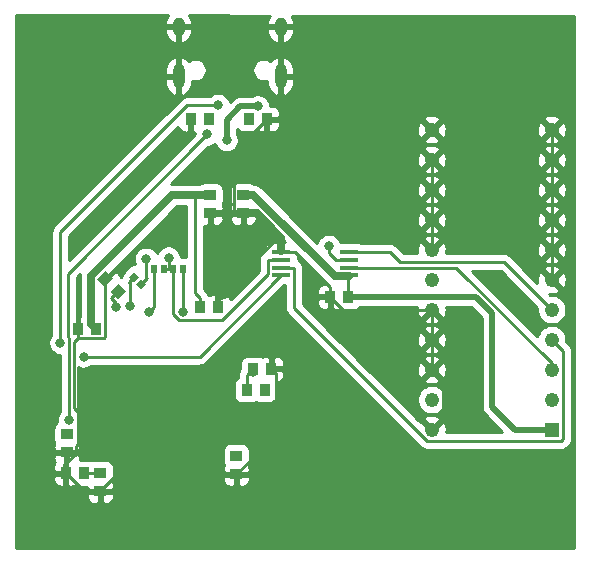
<source format=gbr>
%TF.GenerationSoftware,KiCad,Pcbnew,(5.1.8)-1*%
%TF.CreationDate,2021-05-09T22:57:12+08:00*%
%TF.ProjectId,ccd_with_stm32,6363645f-7769-4746-985f-73746d33322e,rev?*%
%TF.SameCoordinates,Original*%
%TF.FileFunction,Copper,L2,Bot*%
%TF.FilePolarity,Positive*%
%FSLAX46Y46*%
G04 Gerber Fmt 4.6, Leading zero omitted, Abs format (unit mm)*
G04 Created by KiCad (PCBNEW (5.1.8)-1) date 2021-05-09 22:57:12*
%MOMM*%
%LPD*%
G01*
G04 APERTURE LIST*
%TA.AperFunction,SMDPad,CuDef*%
%ADD10R,0.930000X0.980000*%
%TD*%
%TA.AperFunction,ComponentPad*%
%ADD11O,1.000000X2.100000*%
%TD*%
%TA.AperFunction,ComponentPad*%
%ADD12O,1.000000X1.600000*%
%TD*%
%TA.AperFunction,SMDPad,CuDef*%
%ADD13R,1.570000X0.410000*%
%TD*%
%TA.AperFunction,SMDPad,CuDef*%
%ADD14C,0.100000*%
%TD*%
%TA.AperFunction,SMDPad,CuDef*%
%ADD15R,0.600000X0.650000*%
%TD*%
%TA.AperFunction,ComponentPad*%
%ADD16R,1.220000X1.220000*%
%TD*%
%TA.AperFunction,ComponentPad*%
%ADD17C,1.220000*%
%TD*%
%TA.AperFunction,SMDPad,CuDef*%
%ADD18R,0.980000X0.930000*%
%TD*%
%TA.AperFunction,ViaPad*%
%ADD19C,0.800000*%
%TD*%
%TA.AperFunction,Conductor*%
%ADD20C,0.250000*%
%TD*%
%TA.AperFunction,Conductor*%
%ADD21C,0.635000*%
%TD*%
%TA.AperFunction,Conductor*%
%ADD22C,0.508000*%
%TD*%
%TA.AperFunction,Conductor*%
%ADD23C,0.254000*%
%TD*%
%TA.AperFunction,Conductor*%
%ADD24C,0.100000*%
%TD*%
G04 APERTURE END LIST*
D10*
%TO.P,R24,2*%
%TO.N,GND*%
X144340000Y-87150000D03*
%TO.P,R24,1*%
%TO.N,Net-(R24-Pad1)*%
X142800000Y-87150000D03*
%TD*%
%TO.P,R16,2*%
%TO.N,Net-(R16-Pad2)*%
X139420000Y-87160000D03*
%TO.P,R16,1*%
%TO.N,GND*%
X137880000Y-87160000D03*
%TD*%
D11*
%TO.P,U3,S1*%
%TO.N,GND*%
X136860000Y-83520000D03*
X145500000Y-83520000D03*
D12*
X145500000Y-79340000D03*
X136860000Y-79340000D03*
%TD*%
D13*
%TO.P,U1,1*%
%TO.N,/ICG*%
X145530000Y-100375000D03*
%TO.P,U1,2*%
%TO.N,Net-(IC1-Pad4)*%
X145530000Y-99725000D03*
%TO.P,U1,3*%
%TO.N,/SH*%
X145530000Y-99075000D03*
%TO.P,U1,4*%
%TO.N,GND*%
X145530000Y-98425000D03*
%TO.P,U1,5*%
%TO.N,Net-(IC1-Pad5)*%
X151270000Y-98425000D03*
%TO.P,U1,6*%
%TO.N,/M*%
X151270000Y-99075000D03*
%TO.P,U1,7*%
%TO.N,Net-(IC1-Pad3)*%
X151270000Y-99725000D03*
%TO.P,U1,8*%
%TO.N,/3v3_1*%
X151270000Y-100375000D03*
%TD*%
%TA.AperFunction,SMDPad,CuDef*%
D14*
%TO.P,R22,2*%
%TO.N,/M*%
G36*
X133258578Y-101118198D02*
G01*
X133718198Y-100658578D01*
X134142462Y-101082842D01*
X133682842Y-101542462D01*
X133258578Y-101118198D01*
G37*
%TD.AperFunction*%
%TA.AperFunction,SMDPad,CuDef*%
%TO.P,R22,1*%
%TO.N,Net-(R22-Pad1)*%
G36*
X132657538Y-100517158D02*
G01*
X133117158Y-100057538D01*
X133541422Y-100481802D01*
X133081802Y-100941422D01*
X132657538Y-100517158D01*
G37*
%TD.AperFunction*%
%TD*%
D15*
%TO.P,R19,2*%
%TO.N,/SH*%
X135625000Y-99800000D03*
%TO.P,R19,1*%
%TO.N,Net-(R19-Pad1)*%
X134775000Y-99800000D03*
%TD*%
%TO.P,R11,2*%
%TO.N,/SH*%
X136350000Y-99800000D03*
%TO.P,R11,1*%
%TO.N,Net-(R11-Pad1)*%
X137200000Y-99800000D03*
%TD*%
D10*
%TO.P,R5,2*%
%TO.N,Net-(R4-Pad2)*%
X144190000Y-110080000D03*
%TO.P,R5,1*%
%TO.N,/3v3_2*%
X142650000Y-110080000D03*
%TD*%
D16*
%TO.P,IC1,1*%
%TO.N,/3v3_1*%
X168460000Y-113440000D03*
D17*
%TO.P,IC1,2*%
X168460000Y-110900000D03*
%TO.P,IC1,3*%
%TO.N,Net-(IC1-Pad3)*%
X168460000Y-108360000D03*
%TO.P,IC1,4*%
%TO.N,Net-(IC1-Pad4)*%
X168460000Y-105820000D03*
%TO.P,IC1,5*%
%TO.N,Net-(IC1-Pad5)*%
X168460000Y-103280000D03*
%TO.P,IC1,6*%
%TO.N,GND*%
X168460000Y-100740000D03*
%TO.P,IC1,7*%
X168460000Y-98200000D03*
%TO.P,IC1,8*%
X168460000Y-95660000D03*
%TO.P,IC1,9*%
X168460000Y-93120000D03*
%TO.P,IC1,10*%
X168460000Y-90580000D03*
%TO.P,IC1,11*%
X168460000Y-88040000D03*
%TO.P,IC1,12*%
X158300000Y-88040000D03*
%TO.P,IC1,13*%
X158300000Y-90580000D03*
%TO.P,IC1,14*%
X158300000Y-93120000D03*
%TO.P,IC1,15*%
X158300000Y-95660000D03*
%TO.P,IC1,16*%
X158300000Y-98200000D03*
%TO.P,IC1,17*%
X158300000Y-100740000D03*
%TO.P,IC1,18*%
X158300000Y-103280000D03*
%TO.P,IC1,19*%
X158300000Y-105820000D03*
%TO.P,IC1,20*%
X158300000Y-108360000D03*
%TO.P,IC1,21*%
%TO.N,Net-(IC1-Pad21)*%
X158300000Y-110900000D03*
%TO.P,IC1,22*%
%TO.N,GND*%
X158300000Y-113440000D03*
%TD*%
D18*
%TO.P,C15,2*%
%TO.N,Net-(C15-Pad2)*%
X127400000Y-113830000D03*
%TO.P,C15,1*%
%TO.N,GND*%
X127400000Y-115370000D03*
%TD*%
D10*
%TO.P,C14,2*%
%TO.N,GND*%
X140200000Y-103090000D03*
%TO.P,C14,1*%
%TO.N,/3v3_2*%
X138660000Y-103090000D03*
%TD*%
%TO.P,C13,2*%
%TO.N,GND*%
X144720000Y-108300000D03*
%TO.P,C13,1*%
%TO.N,/3v3_2*%
X143180000Y-108300000D03*
%TD*%
%TA.AperFunction,SMDPad,CuDef*%
D14*
%TO.P,C12,2*%
%TO.N,Net-(C12-Pad2)*%
G36*
X131069185Y-101762150D02*
G01*
X131762150Y-101069185D01*
X132419759Y-101726794D01*
X131726794Y-102419759D01*
X131069185Y-101762150D01*
G37*
%TD.AperFunction*%
%TA.AperFunction,SMDPad,CuDef*%
%TO.P,C12,1*%
%TO.N,GND*%
G36*
X129980241Y-100673206D02*
G01*
X130673206Y-99980241D01*
X131330815Y-100637850D01*
X130637850Y-101330815D01*
X129980241Y-100673206D01*
G37*
%TD.AperFunction*%
%TD*%
D10*
%TO.P,C11,2*%
%TO.N,GND*%
X128340000Y-104880000D03*
%TO.P,C11,1*%
%TO.N,/3v3_2*%
X129880000Y-104880000D03*
%TD*%
%TO.P,C7,2*%
%TO.N,GND*%
X127330000Y-117130000D03*
%TO.P,C7,1*%
%TO.N,/3v3_2*%
X128870000Y-117130000D03*
%TD*%
D18*
%TO.P,C6,2*%
%TO.N,GND*%
X141750000Y-117200000D03*
%TO.P,C6,1*%
%TO.N,/3v3_2*%
X141750000Y-115660000D03*
%TD*%
%TO.P,C5,2*%
%TO.N,GND*%
X130240000Y-118640000D03*
%TO.P,C5,1*%
%TO.N,/3v3_2*%
X130240000Y-117100000D03*
%TD*%
%TO.P,C3,2*%
%TO.N,/3v3_2*%
X139540000Y-93580000D03*
%TO.P,C3,1*%
%TO.N,GND*%
X139540000Y-95120000D03*
%TD*%
%TO.P,C2,2*%
%TO.N,/3v3_1*%
X142340000Y-93580000D03*
%TO.P,C2,1*%
%TO.N,GND*%
X142340000Y-95120000D03*
%TD*%
D10*
%TO.P,C1,2*%
%TO.N,GND*%
X149710000Y-102210000D03*
%TO.P,C1,1*%
%TO.N,/3v3_1*%
X151250000Y-102210000D03*
%TD*%
D19*
%TO.N,GND*%
X140780600Y-101989500D03*
X145075000Y-111300000D03*
X144340000Y-87150000D03*
X137880000Y-87160000D03*
%TO.N,/3v3_1*%
X151250000Y-102210000D03*
X142340000Y-93580000D03*
%TO.N,/3v3_2*%
X143180000Y-108527000D03*
X130240000Y-117100000D03*
X141750000Y-115660000D03*
X129880000Y-104880000D03*
X139540000Y-93580000D03*
%TO.N,VCC*%
X143576000Y-86080000D03*
X140930000Y-88930000D03*
%TO.N,Net-(C12-Pad2)*%
X131580300Y-103041900D03*
%TO.N,Net-(C15-Pad2)*%
X127400000Y-113830000D03*
%TO.N,Net-(R4-Pad2)*%
X144190000Y-110080000D03*
%TO.N,/SH*%
X136021500Y-98872300D03*
%TO.N,Net-(R11-Pad1)*%
X137200600Y-103462300D03*
%TO.N,/ICG*%
X128813500Y-107251800D03*
%TO.N,Net-(R16-Pad2)*%
X139420000Y-87160000D03*
%TO.N,/M*%
X134115200Y-98981300D03*
X149578800Y-97901700D03*
%TO.N,Net-(R19-Pad1)*%
X134400000Y-103462500D03*
%TO.N,Net-(R22-Pad1)*%
X132765100Y-102985000D03*
%TO.N,Net-(R24-Pad1)*%
X142800000Y-87150000D03*
%TO.N,/DP*%
X140181800Y-85958800D03*
X126857800Y-106092400D03*
%TO.N,/DM*%
X127583200Y-112650500D03*
X139298100Y-88449800D03*
%TD*%
D20*
%TO.N,GND*%
X140200000Y-103090000D02*
X140200000Y-102274700D01*
X140780600Y-101989500D02*
X140495400Y-102274700D01*
X140495400Y-102274700D02*
X140200000Y-102274700D01*
X145530000Y-97415700D02*
X145028500Y-97415700D01*
X145028500Y-97415700D02*
X140780600Y-101663600D01*
X140780600Y-101663600D02*
X140780600Y-101989500D01*
D21*
X145530000Y-97415700D02*
X145530000Y-98352500D01*
X142340000Y-95120000D02*
X143465000Y-95120000D01*
X143465000Y-95120000D02*
X145530000Y-97185000D01*
X145530000Y-97185000D02*
X145530000Y-97415700D01*
D20*
X168460000Y-98200000D02*
X168460000Y-100740000D01*
X168460000Y-95660000D02*
X168460000Y-98200000D01*
X158300000Y-113440000D02*
X159243000Y-112497000D01*
X159243000Y-112497000D02*
X159243000Y-109303000D01*
X159243000Y-109303000D02*
X158300000Y-108360000D01*
X158300000Y-103280000D02*
X150780000Y-103280000D01*
X150780000Y-103280000D02*
X149710000Y-102210000D01*
X158300000Y-105820000D02*
X158300000Y-103280000D01*
X158300000Y-108360000D02*
X158300000Y-105820000D01*
X145075000Y-111300000D02*
X145075000Y-113875000D01*
X145075000Y-113875000D02*
X141750000Y-117200000D01*
D22*
X139540000Y-95120000D02*
X141524600Y-95120000D01*
D20*
X128340000Y-105695300D02*
X130568500Y-105695300D01*
X130568500Y-105695300D02*
X130670400Y-105593400D01*
X130670400Y-105593400D02*
X130670400Y-100670400D01*
X130670400Y-100670400D02*
X130655500Y-100655500D01*
X128340000Y-105582700D02*
X128340000Y-105695300D01*
X128340000Y-104880000D02*
X128340000Y-105582700D01*
X127400000Y-116215000D02*
X128149200Y-115465800D01*
X128149200Y-115465800D02*
X128149200Y-114816800D01*
X128149200Y-114816800D02*
X128313400Y-114652600D01*
X128313400Y-114652600D02*
X128313400Y-111925100D01*
X128313400Y-111925100D02*
X128033600Y-111645300D01*
X128033600Y-111645300D02*
X128033600Y-106001700D01*
X128033600Y-106001700D02*
X128340000Y-105695300D01*
D23*
X127400000Y-116215000D02*
X127400000Y-117060000D01*
X127400000Y-117060000D02*
X127330000Y-117130000D01*
X127400000Y-115370000D02*
X127400000Y-116215000D01*
D20*
X168460000Y-93120000D02*
X168460000Y-95660000D01*
X168460000Y-90580000D02*
X168460000Y-93120000D01*
X168460000Y-88040000D02*
X168460000Y-90580000D01*
X158300000Y-93120000D02*
X158300000Y-90580000D01*
X158300000Y-95660000D02*
X158300000Y-93120000D01*
X158300000Y-98200000D02*
X158300000Y-95660000D01*
X130240000Y-118640000D02*
X131680000Y-117200000D01*
X131680000Y-117200000D02*
X141750000Y-117200000D01*
X149710000Y-102210000D02*
X149710000Y-101394700D01*
X149710000Y-101394700D02*
X146740300Y-98425000D01*
X146740300Y-98425000D02*
X145530000Y-98425000D01*
D22*
X141524600Y-95120000D02*
X142340000Y-95120000D01*
D20*
X144340000Y-87150000D02*
X141524600Y-89965400D01*
X141524600Y-89965400D02*
X141524600Y-95120000D01*
X145530000Y-98352500D02*
X145530000Y-98425000D01*
D23*
X144720000Y-108300000D02*
X145075000Y-108655000D01*
X145075000Y-108655000D02*
X145075000Y-111300000D01*
X127330000Y-117130000D02*
X128840000Y-118640000D01*
X128840000Y-118640000D02*
X130240000Y-118640000D01*
D22*
%TO.N,/3v3_1*%
X168455000Y-113440000D02*
X168450000Y-113440000D01*
X168460000Y-113440000D02*
X168455000Y-113440000D01*
X168455000Y-113440000D02*
X168450000Y-113440000D01*
X168460000Y-113440000D02*
X168455000Y-113440000D01*
X168450000Y-113440000D02*
X168440000Y-113440000D01*
X168450000Y-113440000D02*
X168440000Y-113440000D01*
D20*
X151250000Y-100645100D02*
X151270000Y-100625100D01*
X151270000Y-100625100D02*
X151270000Y-100448000D01*
D23*
X151250000Y-100645100D02*
X151250000Y-100395000D01*
X151250000Y-100395000D02*
X151270000Y-100375000D01*
X151250000Y-102210000D02*
X151250000Y-100645100D01*
D22*
X168440000Y-113440000D02*
X165350000Y-113440000D01*
X165350000Y-113440000D02*
X163400000Y-111490000D01*
X163400000Y-111490000D02*
X163400000Y-103590000D01*
X163400000Y-103590000D02*
X162020000Y-102210000D01*
X162020000Y-102210000D02*
X151250000Y-102210000D01*
D21*
X142340000Y-93580000D02*
X143203000Y-93580000D01*
X143203000Y-93580000D02*
X150071000Y-100448000D01*
X150071000Y-100448000D02*
X151270000Y-100448000D01*
D20*
%TO.N,/3v3_2*%
X138660000Y-103090000D02*
X138660000Y-102274700D01*
X138275000Y-93580000D02*
X138275000Y-101889700D01*
X138275000Y-101889700D02*
X138660000Y-102274700D01*
D21*
X138275000Y-93580000D02*
X136342000Y-93580000D01*
X136342000Y-93580000D02*
X129463000Y-100459000D01*
X129463000Y-100459000D02*
X129463000Y-104463000D01*
X129463000Y-104463000D02*
X129880000Y-104880000D01*
X139540000Y-93580000D02*
X138275000Y-93580000D01*
D20*
X143180000Y-108300000D02*
X143180000Y-108527000D01*
D23*
X142650000Y-110080000D02*
X142650000Y-108830000D01*
X142650000Y-108830000D02*
X143180000Y-108300000D01*
X128870000Y-117130000D02*
X130210000Y-117130000D01*
X130210000Y-117130000D02*
X130240000Y-117100000D01*
D22*
%TO.N,VCC*%
X140930000Y-88930000D02*
X140930000Y-87247800D01*
X140930000Y-87247800D02*
X142098000Y-86080000D01*
X142098000Y-86080000D02*
X143576000Y-86080000D01*
D20*
%TO.N,Net-(C12-Pad2)*%
X131744500Y-101744500D02*
X131168000Y-102321000D01*
X131168000Y-102321000D02*
X131580300Y-102733400D01*
X131580300Y-102733400D02*
X131580300Y-103041900D01*
%TO.N,Net-(IC1-Pad3)*%
X168460000Y-108360000D02*
X168460000Y-107821600D01*
X168460000Y-107821600D02*
X160363400Y-99725000D01*
X160363400Y-99725000D02*
X151270000Y-99725000D01*
%TO.N,Net-(IC1-Pad4)*%
X145530000Y-99725000D02*
X146640300Y-99725000D01*
X168460000Y-105820000D02*
X169395400Y-106755400D01*
X169395400Y-106755400D02*
X169395400Y-114265000D01*
X169395400Y-114265000D02*
X169266900Y-114393500D01*
X169266900Y-114393500D02*
X157902600Y-114393500D01*
X157902600Y-114393500D02*
X146640300Y-103131200D01*
X146640300Y-103131200D02*
X146640300Y-99725000D01*
%TO.N,Net-(IC1-Pad5)*%
X168460000Y-103280000D02*
X164454600Y-99274600D01*
X164454600Y-99274600D02*
X155637000Y-99274600D01*
X155637000Y-99274600D02*
X154787400Y-98425000D01*
X154787400Y-98425000D02*
X151270000Y-98425000D01*
%TO.N,/SH*%
X136350000Y-99800000D02*
X136350000Y-103676900D01*
X136350000Y-103676900D02*
X136871600Y-104198500D01*
X136871600Y-104198500D02*
X140523500Y-104198500D01*
X140523500Y-104198500D02*
X144419700Y-100302300D01*
X144419700Y-100302300D02*
X144419700Y-99075000D01*
X145530000Y-99075000D02*
X144419700Y-99075000D01*
X136021500Y-99800000D02*
X135625000Y-99800000D01*
X136350000Y-99800000D02*
X136021500Y-99800000D01*
X136021500Y-99800000D02*
X136021500Y-98872300D01*
%TO.N,Net-(R11-Pad1)*%
X137200000Y-99800000D02*
X137200000Y-103461700D01*
X137200000Y-103461700D02*
X137200600Y-103462300D01*
%TO.N,/ICG*%
X145530000Y-100375000D02*
X138653200Y-107251800D01*
X138653200Y-107251800D02*
X128813500Y-107251800D01*
%TO.N,/M*%
X133700500Y-101100500D02*
X134160500Y-100640500D01*
X134115200Y-98981300D02*
X134115200Y-100595300D01*
X134115200Y-100595300D02*
X134160500Y-100640500D01*
X151270000Y-99075000D02*
X150159700Y-99075000D01*
X149578800Y-97901700D02*
X149578800Y-98494100D01*
X149578800Y-98494100D02*
X150159700Y-99075000D01*
%TO.N,Net-(R19-Pad1)*%
X134775000Y-99800000D02*
X134775000Y-103087500D01*
X134775000Y-103087500D02*
X134400000Y-103462500D01*
%TO.N,Net-(R22-Pad1)*%
X133099500Y-100499500D02*
X132639600Y-100959400D01*
X132639600Y-100959400D02*
X132765100Y-101085000D01*
X132765100Y-101085000D02*
X132765100Y-102985000D01*
%TO.N,/DP*%
X126857800Y-106092400D02*
X126857800Y-96708500D01*
X126857800Y-96708500D02*
X137607500Y-85958800D01*
X137607500Y-85958800D02*
X140181800Y-85958800D01*
%TO.N,/DM*%
X139298100Y-88449800D02*
X127514600Y-100233300D01*
X127514600Y-100233300D02*
X127514600Y-105626800D01*
X127514600Y-105626800D02*
X127583200Y-105695400D01*
X127583200Y-105695400D02*
X127583200Y-112650500D01*
%TD*%
D23*
%TO.N,GND*%
X135943603Y-78366717D02*
X135859997Y-78488322D01*
X135771585Y-78694013D01*
X135725000Y-78913000D01*
X135725000Y-79213000D01*
X136733000Y-79213000D01*
X136733000Y-79193000D01*
X136987000Y-79193000D01*
X136987000Y-79213000D01*
X137995000Y-79213000D01*
X137995000Y-78913000D01*
X137948415Y-78694013D01*
X137860003Y-78488322D01*
X137777953Y-78368981D01*
X144576277Y-78377372D01*
X144499997Y-78488322D01*
X144411585Y-78694013D01*
X144365000Y-78913000D01*
X144365000Y-79213000D01*
X145373000Y-79213000D01*
X145373000Y-79193000D01*
X145627000Y-79193000D01*
X145627000Y-79213000D01*
X146635000Y-79213000D01*
X146635000Y-78913000D01*
X146588415Y-78694013D01*
X146500003Y-78488322D01*
X146425292Y-78379655D01*
X170350000Y-78409185D01*
X170350000Y-82942386D01*
X159256989Y-91357381D01*
X159156921Y-91257313D01*
X159381520Y-91208789D01*
X159483409Y-90985713D01*
X159539821Y-90747046D01*
X159548587Y-90501959D01*
X159509370Y-90259872D01*
X159423679Y-90030086D01*
X159381520Y-89951211D01*
X159156919Y-89902686D01*
X158479605Y-90580000D01*
X158493748Y-90594143D01*
X158314143Y-90773748D01*
X158300000Y-90759605D01*
X157622686Y-91436919D01*
X157671211Y-91661520D01*
X157894287Y-91763409D01*
X158132954Y-91819821D01*
X158378041Y-91828587D01*
X158620128Y-91789370D01*
X158752687Y-91739936D01*
X158543875Y-91898338D01*
X158467046Y-91880179D01*
X158221959Y-91871413D01*
X157979872Y-91910630D01*
X157750086Y-91996321D01*
X157671211Y-92038480D01*
X157622686Y-92263081D01*
X157812644Y-92453039D01*
X157608383Y-92607988D01*
X157443081Y-92442686D01*
X157218480Y-92491211D01*
X157116591Y-92714287D01*
X157060179Y-92952954D01*
X157057573Y-93025826D01*
X151051521Y-97581928D01*
X150566622Y-97581928D01*
X150496005Y-97411444D01*
X150382737Y-97241926D01*
X150238574Y-97097763D01*
X150069056Y-96984495D01*
X149880698Y-96906474D01*
X149680739Y-96866700D01*
X149476861Y-96866700D01*
X149276902Y-96906474D01*
X149088544Y-96984495D01*
X148919026Y-97097763D01*
X148774863Y-97241926D01*
X148661595Y-97411444D01*
X148583574Y-97599802D01*
X148581296Y-97611257D01*
X143909607Y-92939569D01*
X143879778Y-92903222D01*
X143734741Y-92784194D01*
X143569269Y-92695748D01*
X143389723Y-92641283D01*
X143249785Y-92627500D01*
X143235182Y-92626062D01*
X143184494Y-92584463D01*
X143074180Y-92525498D01*
X142954482Y-92489188D01*
X142830000Y-92476928D01*
X141850000Y-92476928D01*
X141725518Y-92489188D01*
X141605820Y-92525498D01*
X141495506Y-92584463D01*
X141398815Y-92663815D01*
X141319463Y-92760506D01*
X141260498Y-92870820D01*
X141224188Y-92990518D01*
X141211928Y-93115000D01*
X141211928Y-94045000D01*
X141224188Y-94169482D01*
X141260498Y-94289180D01*
X141293007Y-94350000D01*
X141260498Y-94410820D01*
X141224188Y-94530518D01*
X141211928Y-94655000D01*
X141215000Y-94834250D01*
X141373750Y-94993000D01*
X142213000Y-94993000D01*
X142213000Y-94973000D01*
X142467000Y-94973000D01*
X142467000Y-94993000D01*
X142487000Y-94993000D01*
X142487000Y-95247000D01*
X142467000Y-95247000D01*
X142467000Y-96061250D01*
X142625750Y-96220000D01*
X142830000Y-96223072D01*
X142954482Y-96210812D01*
X143074180Y-96174502D01*
X143184494Y-96115537D01*
X143281185Y-96036185D01*
X143360537Y-95939494D01*
X143419502Y-95829180D01*
X143455812Y-95709482D01*
X143468072Y-95585000D01*
X143465000Y-95405750D01*
X143306252Y-95247002D01*
X143465000Y-95247002D01*
X143465000Y-95189038D01*
X145860686Y-97584724D01*
X145815750Y-97585000D01*
X145657000Y-97743750D01*
X145657000Y-98231928D01*
X145403000Y-98231928D01*
X145403000Y-97743750D01*
X145244250Y-97585000D01*
X144754187Y-97581994D01*
X144629541Y-97592461D01*
X144509333Y-97627044D01*
X144398181Y-97684414D01*
X144300358Y-97762366D01*
X144219621Y-97857904D01*
X144159075Y-97967358D01*
X144121045Y-98086521D01*
X144110000Y-98188250D01*
X144219748Y-98297998D01*
X144110000Y-98297998D01*
X144110000Y-98378783D01*
X143995424Y-98440026D01*
X143879699Y-98534999D01*
X143784726Y-98650724D01*
X143714154Y-98782753D01*
X143670697Y-98926014D01*
X143656023Y-99075000D01*
X143659701Y-99112342D01*
X143659700Y-99987498D01*
X141263085Y-102384114D01*
X141254502Y-102355820D01*
X141195537Y-102245506D01*
X141116185Y-102148815D01*
X141019494Y-102069463D01*
X140909180Y-102010498D01*
X140789482Y-101974188D01*
X140665000Y-101961928D01*
X140485750Y-101965000D01*
X140327000Y-102123750D01*
X140327000Y-102963000D01*
X140347000Y-102963000D01*
X140347000Y-103217000D01*
X140327000Y-103217000D01*
X140327000Y-103237000D01*
X140073000Y-103237000D01*
X140073000Y-103217000D01*
X140053000Y-103217000D01*
X140053000Y-102963000D01*
X140073000Y-102963000D01*
X140073000Y-102123750D01*
X139914250Y-101965000D01*
X139735000Y-101961928D01*
X139610518Y-101974188D01*
X139490820Y-102010498D01*
X139430000Y-102043007D01*
X139374996Y-102013607D01*
X139365546Y-101982453D01*
X139294974Y-101850424D01*
X139200001Y-101734699D01*
X139170997Y-101710896D01*
X139035000Y-101574899D01*
X139035000Y-96221595D01*
X139050000Y-96223072D01*
X139254250Y-96220000D01*
X139413000Y-96061250D01*
X139413000Y-95247000D01*
X139667000Y-95247000D01*
X139667000Y-96061250D01*
X139825750Y-96220000D01*
X140030000Y-96223072D01*
X140154482Y-96210812D01*
X140274180Y-96174502D01*
X140384494Y-96115537D01*
X140481185Y-96036185D01*
X140560537Y-95939494D01*
X140619502Y-95829180D01*
X140655812Y-95709482D01*
X140668072Y-95585000D01*
X141211928Y-95585000D01*
X141224188Y-95709482D01*
X141260498Y-95829180D01*
X141319463Y-95939494D01*
X141398815Y-96036185D01*
X141495506Y-96115537D01*
X141605820Y-96174502D01*
X141725518Y-96210812D01*
X141850000Y-96223072D01*
X142054250Y-96220000D01*
X142213000Y-96061250D01*
X142213000Y-95247000D01*
X141373750Y-95247000D01*
X141215000Y-95405750D01*
X141211928Y-95585000D01*
X140668072Y-95585000D01*
X140665000Y-95405750D01*
X140506250Y-95247000D01*
X139667000Y-95247000D01*
X139413000Y-95247000D01*
X139393000Y-95247000D01*
X139393000Y-94993000D01*
X139413000Y-94993000D01*
X139413000Y-94973000D01*
X139667000Y-94973000D01*
X139667000Y-94993000D01*
X140506250Y-94993000D01*
X140665000Y-94834250D01*
X140668072Y-94655000D01*
X140655812Y-94530518D01*
X140619502Y-94410820D01*
X140586993Y-94350000D01*
X140619502Y-94289180D01*
X140655812Y-94169482D01*
X140668072Y-94045000D01*
X140668072Y-93115000D01*
X140655812Y-92990518D01*
X140619502Y-92870820D01*
X140560537Y-92760506D01*
X140481185Y-92663815D01*
X140384494Y-92584463D01*
X140274180Y-92525498D01*
X140154482Y-92489188D01*
X140030000Y-92476928D01*
X139050000Y-92476928D01*
X138925518Y-92489188D01*
X138805820Y-92525498D01*
X138695506Y-92584463D01*
X138643065Y-92627500D01*
X136388784Y-92627500D01*
X136341999Y-92622892D01*
X136184275Y-92638427D01*
X138164661Y-90658041D01*
X157051413Y-90658041D01*
X157090630Y-90900128D01*
X157176321Y-91129914D01*
X157218480Y-91208789D01*
X157443081Y-91257314D01*
X158120395Y-90580000D01*
X157443081Y-89902686D01*
X157218480Y-89951211D01*
X157116591Y-90174287D01*
X157060179Y-90412954D01*
X157051413Y-90658041D01*
X138164661Y-90658041D01*
X139337902Y-89484800D01*
X139400039Y-89484800D01*
X139599998Y-89445026D01*
X139788356Y-89367005D01*
X139946867Y-89261092D01*
X140012795Y-89420256D01*
X140126063Y-89589774D01*
X140270226Y-89733937D01*
X140439744Y-89847205D01*
X140628102Y-89925226D01*
X140828061Y-89965000D01*
X141031939Y-89965000D01*
X141231898Y-89925226D01*
X141420256Y-89847205D01*
X141589774Y-89733937D01*
X141600630Y-89723081D01*
X157622686Y-89723081D01*
X158300000Y-90400395D01*
X158977314Y-89723081D01*
X158928789Y-89498480D01*
X158705713Y-89396591D01*
X158467046Y-89340179D01*
X158221959Y-89331413D01*
X157979872Y-89370630D01*
X157750086Y-89456321D01*
X157671211Y-89498480D01*
X157622686Y-89723081D01*
X141600630Y-89723081D01*
X141733937Y-89589774D01*
X141847205Y-89420256D01*
X141925226Y-89231898D01*
X141965000Y-89031939D01*
X141965000Y-88896919D01*
X157622686Y-88896919D01*
X157671211Y-89121520D01*
X157894287Y-89223409D01*
X158132954Y-89279821D01*
X158378041Y-89288587D01*
X158620128Y-89249370D01*
X158849914Y-89163679D01*
X158928789Y-89121520D01*
X158977314Y-88896919D01*
X158300000Y-88219605D01*
X157622686Y-88896919D01*
X141965000Y-88896919D01*
X141965000Y-88828061D01*
X141925226Y-88628102D01*
X141847205Y-88439744D01*
X141819000Y-88397532D01*
X141819000Y-88012207D01*
X141883815Y-88091185D01*
X141980506Y-88170537D01*
X142090820Y-88229502D01*
X142210518Y-88265812D01*
X142335000Y-88278072D01*
X143265000Y-88278072D01*
X143389482Y-88265812D01*
X143509180Y-88229502D01*
X143570000Y-88196993D01*
X143630820Y-88229502D01*
X143750518Y-88265812D01*
X143875000Y-88278072D01*
X144054250Y-88275000D01*
X144213000Y-88116250D01*
X144213000Y-87277000D01*
X144467000Y-87277000D01*
X144467000Y-88116250D01*
X144625750Y-88275000D01*
X144805000Y-88278072D01*
X144929482Y-88265812D01*
X145049180Y-88229502D01*
X145159494Y-88170537D01*
X145223460Y-88118041D01*
X157051413Y-88118041D01*
X157090630Y-88360128D01*
X157176321Y-88589914D01*
X157218480Y-88668789D01*
X157443081Y-88717314D01*
X158120395Y-88040000D01*
X158479605Y-88040000D01*
X159156919Y-88717314D01*
X159381520Y-88668789D01*
X159483409Y-88445713D01*
X159539821Y-88207046D01*
X159548587Y-87961959D01*
X159509370Y-87719872D01*
X159423679Y-87490086D01*
X159381520Y-87411211D01*
X159156919Y-87362686D01*
X158479605Y-88040000D01*
X158120395Y-88040000D01*
X157443081Y-87362686D01*
X157218480Y-87411211D01*
X157116591Y-87634287D01*
X157060179Y-87872954D01*
X157051413Y-88118041D01*
X145223460Y-88118041D01*
X145256185Y-88091185D01*
X145335537Y-87994494D01*
X145394502Y-87884180D01*
X145430812Y-87764482D01*
X145443072Y-87640000D01*
X145440000Y-87435750D01*
X145281250Y-87277000D01*
X144467000Y-87277000D01*
X144213000Y-87277000D01*
X144193000Y-87277000D01*
X144193000Y-87183081D01*
X157622686Y-87183081D01*
X158300000Y-87860395D01*
X158977314Y-87183081D01*
X158928789Y-86958480D01*
X158705713Y-86856591D01*
X158467046Y-86800179D01*
X158221959Y-86791413D01*
X157979872Y-86830630D01*
X157750086Y-86916321D01*
X157671211Y-86958480D01*
X157622686Y-87183081D01*
X144193000Y-87183081D01*
X144193000Y-87023000D01*
X144213000Y-87023000D01*
X144213000Y-87003000D01*
X144467000Y-87003000D01*
X144467000Y-87023000D01*
X145281250Y-87023000D01*
X145440000Y-86864250D01*
X145443072Y-86660000D01*
X145430812Y-86535518D01*
X145394502Y-86415820D01*
X145335537Y-86305506D01*
X145256185Y-86208815D01*
X145159494Y-86129463D01*
X145049180Y-86070498D01*
X144929482Y-86034188D01*
X144805000Y-86021928D01*
X144625750Y-86025000D01*
X144611000Y-86039750D01*
X144611000Y-85978061D01*
X144571226Y-85778102D01*
X144493205Y-85589744D01*
X144379937Y-85420226D01*
X144235774Y-85276063D01*
X144066256Y-85162795D01*
X143877898Y-85084774D01*
X143677939Y-85045000D01*
X143474061Y-85045000D01*
X143274102Y-85084774D01*
X143085744Y-85162795D01*
X143043532Y-85191000D01*
X142141698Y-85191000D01*
X142098076Y-85186700D01*
X142054377Y-85191000D01*
X142054333Y-85191000D01*
X142007105Y-85195652D01*
X141923800Y-85203849D01*
X141923762Y-85203860D01*
X141923726Y-85203864D01*
X141837828Y-85229920D01*
X141756218Y-85254669D01*
X141756187Y-85254685D01*
X141756149Y-85254697D01*
X141671583Y-85299898D01*
X141601772Y-85337206D01*
X141601746Y-85337227D01*
X141601709Y-85337247D01*
X141533361Y-85393339D01*
X141500315Y-85420454D01*
X141500286Y-85420483D01*
X141466341Y-85448341D01*
X141438531Y-85482228D01*
X141191425Y-85729291D01*
X141177026Y-85656902D01*
X141099005Y-85468544D01*
X140985737Y-85299026D01*
X140841574Y-85154863D01*
X140672056Y-85041595D01*
X140483698Y-84963574D01*
X140283739Y-84923800D01*
X140079861Y-84923800D01*
X139879902Y-84963574D01*
X139691544Y-85041595D01*
X139522026Y-85154863D01*
X139478089Y-85198800D01*
X137644833Y-85198800D01*
X137607500Y-85195123D01*
X137570167Y-85198800D01*
X137458514Y-85209797D01*
X137315253Y-85253254D01*
X137183224Y-85323826D01*
X137067499Y-85418799D01*
X137043701Y-85447797D01*
X126346798Y-96144701D01*
X126317800Y-96168499D01*
X126294002Y-96197497D01*
X126294001Y-96197498D01*
X126222826Y-96284224D01*
X126152254Y-96416254D01*
X126108798Y-96559515D01*
X126094124Y-96708500D01*
X126097801Y-96745832D01*
X126097800Y-105388689D01*
X126053863Y-105432626D01*
X125940595Y-105602144D01*
X125862574Y-105790502D01*
X125822800Y-105990461D01*
X125822800Y-106194339D01*
X125862574Y-106394298D01*
X125940595Y-106582656D01*
X126053863Y-106752174D01*
X126198026Y-106896337D01*
X126367544Y-107009605D01*
X126555902Y-107087626D01*
X126755861Y-107127400D01*
X126823200Y-107127400D01*
X126823201Y-111946788D01*
X126779263Y-111990726D01*
X126665995Y-112160244D01*
X126587974Y-112348602D01*
X126548200Y-112548561D01*
X126548200Y-112752439D01*
X126563650Y-112830110D01*
X126555506Y-112834463D01*
X126458815Y-112913815D01*
X126379463Y-113010506D01*
X126320498Y-113120820D01*
X126284188Y-113240518D01*
X126271928Y-113365000D01*
X126271928Y-114295000D01*
X126284188Y-114419482D01*
X126320498Y-114539180D01*
X126353007Y-114600000D01*
X126320498Y-114660820D01*
X126284188Y-114780518D01*
X126271928Y-114905000D01*
X126275000Y-115084250D01*
X126433750Y-115243000D01*
X127273000Y-115243000D01*
X127273000Y-115223000D01*
X127527000Y-115223000D01*
X127527000Y-115243000D01*
X127547000Y-115243000D01*
X127547000Y-115412111D01*
X127408730Y-115517000D01*
X127273000Y-115517000D01*
X127273000Y-115497000D01*
X126433750Y-115497000D01*
X126275000Y-115655750D01*
X126271928Y-115835000D01*
X126284188Y-115959482D01*
X126320498Y-116079180D01*
X126379463Y-116189494D01*
X126396360Y-116210084D01*
X126334463Y-116285506D01*
X126292730Y-116363581D01*
X123060000Y-118815883D01*
X123060000Y-83647000D01*
X135725000Y-83647000D01*
X135725000Y-84197000D01*
X135771585Y-84415987D01*
X135859997Y-84621678D01*
X135986839Y-84806169D01*
X136147236Y-84962369D01*
X136335024Y-85084276D01*
X136558126Y-85164119D01*
X136733000Y-85037954D01*
X136733000Y-83647000D01*
X135725000Y-83647000D01*
X123060000Y-83647000D01*
X123060000Y-82843000D01*
X135725000Y-82843000D01*
X135725000Y-83393000D01*
X136733000Y-83393000D01*
X136733000Y-82002046D01*
X136987000Y-82002046D01*
X136987000Y-83393000D01*
X137007000Y-83393000D01*
X137007000Y-83647000D01*
X136987000Y-83647000D01*
X136987000Y-85037954D01*
X137161874Y-85164119D01*
X137384976Y-85084276D01*
X137572764Y-84962369D01*
X137733161Y-84806169D01*
X137860003Y-84621678D01*
X137948415Y-84415987D01*
X137995000Y-84197000D01*
X137995000Y-83906904D01*
X138009978Y-83913108D01*
X138195448Y-83950000D01*
X138384552Y-83950000D01*
X138570022Y-83913108D01*
X138744731Y-83840741D01*
X138901964Y-83735681D01*
X139035681Y-83601964D01*
X139140741Y-83444731D01*
X139213108Y-83270022D01*
X139250000Y-83084552D01*
X139250000Y-82895448D01*
X143110000Y-82895448D01*
X143110000Y-83084552D01*
X143146892Y-83270022D01*
X143219259Y-83444731D01*
X143324319Y-83601964D01*
X143458036Y-83735681D01*
X143615269Y-83840741D01*
X143789978Y-83913108D01*
X143975448Y-83950000D01*
X144164552Y-83950000D01*
X144350022Y-83913108D01*
X144365000Y-83906904D01*
X144365000Y-84197000D01*
X144411585Y-84415987D01*
X144499997Y-84621678D01*
X144626839Y-84806169D01*
X144787236Y-84962369D01*
X144975024Y-85084276D01*
X145198126Y-85164119D01*
X145373000Y-85037954D01*
X145373000Y-83647000D01*
X145627000Y-83647000D01*
X145627000Y-85037954D01*
X145801874Y-85164119D01*
X146024976Y-85084276D01*
X146212764Y-84962369D01*
X146373161Y-84806169D01*
X146500003Y-84621678D01*
X146588415Y-84415987D01*
X146635000Y-84197000D01*
X146635000Y-83647000D01*
X145627000Y-83647000D01*
X145373000Y-83647000D01*
X145353000Y-83647000D01*
X145353000Y-83393000D01*
X145373000Y-83393000D01*
X145373000Y-82002046D01*
X145627000Y-82002046D01*
X145627000Y-83393000D01*
X146635000Y-83393000D01*
X146635000Y-82843000D01*
X146588415Y-82624013D01*
X146500003Y-82418322D01*
X146373161Y-82233831D01*
X146212764Y-82077631D01*
X146024976Y-81955724D01*
X145801874Y-81875881D01*
X145627000Y-82002046D01*
X145373000Y-82002046D01*
X145198126Y-81875881D01*
X144975024Y-81955724D01*
X144787236Y-82077631D01*
X144642884Y-82218206D01*
X144524731Y-82139259D01*
X144350022Y-82066892D01*
X144164552Y-82030000D01*
X143975448Y-82030000D01*
X143789978Y-82066892D01*
X143615269Y-82139259D01*
X143458036Y-82244319D01*
X143324319Y-82378036D01*
X143219259Y-82535269D01*
X143146892Y-82709978D01*
X143110000Y-82895448D01*
X139250000Y-82895448D01*
X139213108Y-82709978D01*
X139140741Y-82535269D01*
X139035681Y-82378036D01*
X138901964Y-82244319D01*
X138744731Y-82139259D01*
X138570022Y-82066892D01*
X138384552Y-82030000D01*
X138195448Y-82030000D01*
X138009978Y-82066892D01*
X137835269Y-82139259D01*
X137717116Y-82218206D01*
X137572764Y-82077631D01*
X137384976Y-81955724D01*
X137161874Y-81875881D01*
X136987000Y-82002046D01*
X136733000Y-82002046D01*
X136558126Y-81875881D01*
X136335024Y-81955724D01*
X136147236Y-82077631D01*
X135986839Y-82233831D01*
X135859997Y-82418322D01*
X135771585Y-82624013D01*
X135725000Y-82843000D01*
X123060000Y-82843000D01*
X123060000Y-79467000D01*
X135725000Y-79467000D01*
X135725000Y-79767000D01*
X135771585Y-79985987D01*
X135859997Y-80191678D01*
X135986839Y-80376169D01*
X136147236Y-80532369D01*
X136335024Y-80654276D01*
X136558126Y-80734119D01*
X136733000Y-80607954D01*
X136733000Y-79467000D01*
X136987000Y-79467000D01*
X136987000Y-80607954D01*
X137161874Y-80734119D01*
X137384976Y-80654276D01*
X137572764Y-80532369D01*
X137733161Y-80376169D01*
X137860003Y-80191678D01*
X137948415Y-79985987D01*
X137995000Y-79767000D01*
X137995000Y-79467000D01*
X144365000Y-79467000D01*
X144365000Y-79767000D01*
X144411585Y-79985987D01*
X144499997Y-80191678D01*
X144626839Y-80376169D01*
X144787236Y-80532369D01*
X144975024Y-80654276D01*
X145198126Y-80734119D01*
X145373000Y-80607954D01*
X145373000Y-79467000D01*
X145627000Y-79467000D01*
X145627000Y-80607954D01*
X145801874Y-80734119D01*
X146024976Y-80654276D01*
X146212764Y-80532369D01*
X146373161Y-80376169D01*
X146500003Y-80191678D01*
X146588415Y-79985987D01*
X146635000Y-79767000D01*
X146635000Y-79467000D01*
X145627000Y-79467000D01*
X145373000Y-79467000D01*
X144365000Y-79467000D01*
X137995000Y-79467000D01*
X136987000Y-79467000D01*
X136733000Y-79467000D01*
X135725000Y-79467000D01*
X123060000Y-79467000D01*
X123060000Y-78350815D01*
X135943603Y-78366717D01*
%TA.AperFunction,Conductor*%
D24*
G36*
X135943603Y-78366717D02*
G01*
X135859997Y-78488322D01*
X135771585Y-78694013D01*
X135725000Y-78913000D01*
X135725000Y-79213000D01*
X136733000Y-79213000D01*
X136733000Y-79193000D01*
X136987000Y-79193000D01*
X136987000Y-79213000D01*
X137995000Y-79213000D01*
X137995000Y-78913000D01*
X137948415Y-78694013D01*
X137860003Y-78488322D01*
X137777953Y-78368981D01*
X144576277Y-78377372D01*
X144499997Y-78488322D01*
X144411585Y-78694013D01*
X144365000Y-78913000D01*
X144365000Y-79213000D01*
X145373000Y-79213000D01*
X145373000Y-79193000D01*
X145627000Y-79193000D01*
X145627000Y-79213000D01*
X146635000Y-79213000D01*
X146635000Y-78913000D01*
X146588415Y-78694013D01*
X146500003Y-78488322D01*
X146425292Y-78379655D01*
X170350000Y-78409185D01*
X170350000Y-82942386D01*
X159256989Y-91357381D01*
X159156921Y-91257313D01*
X159381520Y-91208789D01*
X159483409Y-90985713D01*
X159539821Y-90747046D01*
X159548587Y-90501959D01*
X159509370Y-90259872D01*
X159423679Y-90030086D01*
X159381520Y-89951211D01*
X159156919Y-89902686D01*
X158479605Y-90580000D01*
X158493748Y-90594143D01*
X158314143Y-90773748D01*
X158300000Y-90759605D01*
X157622686Y-91436919D01*
X157671211Y-91661520D01*
X157894287Y-91763409D01*
X158132954Y-91819821D01*
X158378041Y-91828587D01*
X158620128Y-91789370D01*
X158752687Y-91739936D01*
X158543875Y-91898338D01*
X158467046Y-91880179D01*
X158221959Y-91871413D01*
X157979872Y-91910630D01*
X157750086Y-91996321D01*
X157671211Y-92038480D01*
X157622686Y-92263081D01*
X157812644Y-92453039D01*
X157608383Y-92607988D01*
X157443081Y-92442686D01*
X157218480Y-92491211D01*
X157116591Y-92714287D01*
X157060179Y-92952954D01*
X157057573Y-93025826D01*
X151051521Y-97581928D01*
X150566622Y-97581928D01*
X150496005Y-97411444D01*
X150382737Y-97241926D01*
X150238574Y-97097763D01*
X150069056Y-96984495D01*
X149880698Y-96906474D01*
X149680739Y-96866700D01*
X149476861Y-96866700D01*
X149276902Y-96906474D01*
X149088544Y-96984495D01*
X148919026Y-97097763D01*
X148774863Y-97241926D01*
X148661595Y-97411444D01*
X148583574Y-97599802D01*
X148581296Y-97611257D01*
X143909607Y-92939569D01*
X143879778Y-92903222D01*
X143734741Y-92784194D01*
X143569269Y-92695748D01*
X143389723Y-92641283D01*
X143249785Y-92627500D01*
X143235182Y-92626062D01*
X143184494Y-92584463D01*
X143074180Y-92525498D01*
X142954482Y-92489188D01*
X142830000Y-92476928D01*
X141850000Y-92476928D01*
X141725518Y-92489188D01*
X141605820Y-92525498D01*
X141495506Y-92584463D01*
X141398815Y-92663815D01*
X141319463Y-92760506D01*
X141260498Y-92870820D01*
X141224188Y-92990518D01*
X141211928Y-93115000D01*
X141211928Y-94045000D01*
X141224188Y-94169482D01*
X141260498Y-94289180D01*
X141293007Y-94350000D01*
X141260498Y-94410820D01*
X141224188Y-94530518D01*
X141211928Y-94655000D01*
X141215000Y-94834250D01*
X141373750Y-94993000D01*
X142213000Y-94993000D01*
X142213000Y-94973000D01*
X142467000Y-94973000D01*
X142467000Y-94993000D01*
X142487000Y-94993000D01*
X142487000Y-95247000D01*
X142467000Y-95247000D01*
X142467000Y-96061250D01*
X142625750Y-96220000D01*
X142830000Y-96223072D01*
X142954482Y-96210812D01*
X143074180Y-96174502D01*
X143184494Y-96115537D01*
X143281185Y-96036185D01*
X143360537Y-95939494D01*
X143419502Y-95829180D01*
X143455812Y-95709482D01*
X143468072Y-95585000D01*
X143465000Y-95405750D01*
X143306252Y-95247002D01*
X143465000Y-95247002D01*
X143465000Y-95189038D01*
X145860686Y-97584724D01*
X145815750Y-97585000D01*
X145657000Y-97743750D01*
X145657000Y-98231928D01*
X145403000Y-98231928D01*
X145403000Y-97743750D01*
X145244250Y-97585000D01*
X144754187Y-97581994D01*
X144629541Y-97592461D01*
X144509333Y-97627044D01*
X144398181Y-97684414D01*
X144300358Y-97762366D01*
X144219621Y-97857904D01*
X144159075Y-97967358D01*
X144121045Y-98086521D01*
X144110000Y-98188250D01*
X144219748Y-98297998D01*
X144110000Y-98297998D01*
X144110000Y-98378783D01*
X143995424Y-98440026D01*
X143879699Y-98534999D01*
X143784726Y-98650724D01*
X143714154Y-98782753D01*
X143670697Y-98926014D01*
X143656023Y-99075000D01*
X143659701Y-99112342D01*
X143659700Y-99987498D01*
X141263085Y-102384114D01*
X141254502Y-102355820D01*
X141195537Y-102245506D01*
X141116185Y-102148815D01*
X141019494Y-102069463D01*
X140909180Y-102010498D01*
X140789482Y-101974188D01*
X140665000Y-101961928D01*
X140485750Y-101965000D01*
X140327000Y-102123750D01*
X140327000Y-102963000D01*
X140347000Y-102963000D01*
X140347000Y-103217000D01*
X140327000Y-103217000D01*
X140327000Y-103237000D01*
X140073000Y-103237000D01*
X140073000Y-103217000D01*
X140053000Y-103217000D01*
X140053000Y-102963000D01*
X140073000Y-102963000D01*
X140073000Y-102123750D01*
X139914250Y-101965000D01*
X139735000Y-101961928D01*
X139610518Y-101974188D01*
X139490820Y-102010498D01*
X139430000Y-102043007D01*
X139374996Y-102013607D01*
X139365546Y-101982453D01*
X139294974Y-101850424D01*
X139200001Y-101734699D01*
X139170997Y-101710896D01*
X139035000Y-101574899D01*
X139035000Y-96221595D01*
X139050000Y-96223072D01*
X139254250Y-96220000D01*
X139413000Y-96061250D01*
X139413000Y-95247000D01*
X139667000Y-95247000D01*
X139667000Y-96061250D01*
X139825750Y-96220000D01*
X140030000Y-96223072D01*
X140154482Y-96210812D01*
X140274180Y-96174502D01*
X140384494Y-96115537D01*
X140481185Y-96036185D01*
X140560537Y-95939494D01*
X140619502Y-95829180D01*
X140655812Y-95709482D01*
X140668072Y-95585000D01*
X141211928Y-95585000D01*
X141224188Y-95709482D01*
X141260498Y-95829180D01*
X141319463Y-95939494D01*
X141398815Y-96036185D01*
X141495506Y-96115537D01*
X141605820Y-96174502D01*
X141725518Y-96210812D01*
X141850000Y-96223072D01*
X142054250Y-96220000D01*
X142213000Y-96061250D01*
X142213000Y-95247000D01*
X141373750Y-95247000D01*
X141215000Y-95405750D01*
X141211928Y-95585000D01*
X140668072Y-95585000D01*
X140665000Y-95405750D01*
X140506250Y-95247000D01*
X139667000Y-95247000D01*
X139413000Y-95247000D01*
X139393000Y-95247000D01*
X139393000Y-94993000D01*
X139413000Y-94993000D01*
X139413000Y-94973000D01*
X139667000Y-94973000D01*
X139667000Y-94993000D01*
X140506250Y-94993000D01*
X140665000Y-94834250D01*
X140668072Y-94655000D01*
X140655812Y-94530518D01*
X140619502Y-94410820D01*
X140586993Y-94350000D01*
X140619502Y-94289180D01*
X140655812Y-94169482D01*
X140668072Y-94045000D01*
X140668072Y-93115000D01*
X140655812Y-92990518D01*
X140619502Y-92870820D01*
X140560537Y-92760506D01*
X140481185Y-92663815D01*
X140384494Y-92584463D01*
X140274180Y-92525498D01*
X140154482Y-92489188D01*
X140030000Y-92476928D01*
X139050000Y-92476928D01*
X138925518Y-92489188D01*
X138805820Y-92525498D01*
X138695506Y-92584463D01*
X138643065Y-92627500D01*
X136388784Y-92627500D01*
X136341999Y-92622892D01*
X136184275Y-92638427D01*
X138164661Y-90658041D01*
X157051413Y-90658041D01*
X157090630Y-90900128D01*
X157176321Y-91129914D01*
X157218480Y-91208789D01*
X157443081Y-91257314D01*
X158120395Y-90580000D01*
X157443081Y-89902686D01*
X157218480Y-89951211D01*
X157116591Y-90174287D01*
X157060179Y-90412954D01*
X157051413Y-90658041D01*
X138164661Y-90658041D01*
X139337902Y-89484800D01*
X139400039Y-89484800D01*
X139599998Y-89445026D01*
X139788356Y-89367005D01*
X139946867Y-89261092D01*
X140012795Y-89420256D01*
X140126063Y-89589774D01*
X140270226Y-89733937D01*
X140439744Y-89847205D01*
X140628102Y-89925226D01*
X140828061Y-89965000D01*
X141031939Y-89965000D01*
X141231898Y-89925226D01*
X141420256Y-89847205D01*
X141589774Y-89733937D01*
X141600630Y-89723081D01*
X157622686Y-89723081D01*
X158300000Y-90400395D01*
X158977314Y-89723081D01*
X158928789Y-89498480D01*
X158705713Y-89396591D01*
X158467046Y-89340179D01*
X158221959Y-89331413D01*
X157979872Y-89370630D01*
X157750086Y-89456321D01*
X157671211Y-89498480D01*
X157622686Y-89723081D01*
X141600630Y-89723081D01*
X141733937Y-89589774D01*
X141847205Y-89420256D01*
X141925226Y-89231898D01*
X141965000Y-89031939D01*
X141965000Y-88896919D01*
X157622686Y-88896919D01*
X157671211Y-89121520D01*
X157894287Y-89223409D01*
X158132954Y-89279821D01*
X158378041Y-89288587D01*
X158620128Y-89249370D01*
X158849914Y-89163679D01*
X158928789Y-89121520D01*
X158977314Y-88896919D01*
X158300000Y-88219605D01*
X157622686Y-88896919D01*
X141965000Y-88896919D01*
X141965000Y-88828061D01*
X141925226Y-88628102D01*
X141847205Y-88439744D01*
X141819000Y-88397532D01*
X141819000Y-88012207D01*
X141883815Y-88091185D01*
X141980506Y-88170537D01*
X142090820Y-88229502D01*
X142210518Y-88265812D01*
X142335000Y-88278072D01*
X143265000Y-88278072D01*
X143389482Y-88265812D01*
X143509180Y-88229502D01*
X143570000Y-88196993D01*
X143630820Y-88229502D01*
X143750518Y-88265812D01*
X143875000Y-88278072D01*
X144054250Y-88275000D01*
X144213000Y-88116250D01*
X144213000Y-87277000D01*
X144467000Y-87277000D01*
X144467000Y-88116250D01*
X144625750Y-88275000D01*
X144805000Y-88278072D01*
X144929482Y-88265812D01*
X145049180Y-88229502D01*
X145159494Y-88170537D01*
X145223460Y-88118041D01*
X157051413Y-88118041D01*
X157090630Y-88360128D01*
X157176321Y-88589914D01*
X157218480Y-88668789D01*
X157443081Y-88717314D01*
X158120395Y-88040000D01*
X158479605Y-88040000D01*
X159156919Y-88717314D01*
X159381520Y-88668789D01*
X159483409Y-88445713D01*
X159539821Y-88207046D01*
X159548587Y-87961959D01*
X159509370Y-87719872D01*
X159423679Y-87490086D01*
X159381520Y-87411211D01*
X159156919Y-87362686D01*
X158479605Y-88040000D01*
X158120395Y-88040000D01*
X157443081Y-87362686D01*
X157218480Y-87411211D01*
X157116591Y-87634287D01*
X157060179Y-87872954D01*
X157051413Y-88118041D01*
X145223460Y-88118041D01*
X145256185Y-88091185D01*
X145335537Y-87994494D01*
X145394502Y-87884180D01*
X145430812Y-87764482D01*
X145443072Y-87640000D01*
X145440000Y-87435750D01*
X145281250Y-87277000D01*
X144467000Y-87277000D01*
X144213000Y-87277000D01*
X144193000Y-87277000D01*
X144193000Y-87183081D01*
X157622686Y-87183081D01*
X158300000Y-87860395D01*
X158977314Y-87183081D01*
X158928789Y-86958480D01*
X158705713Y-86856591D01*
X158467046Y-86800179D01*
X158221959Y-86791413D01*
X157979872Y-86830630D01*
X157750086Y-86916321D01*
X157671211Y-86958480D01*
X157622686Y-87183081D01*
X144193000Y-87183081D01*
X144193000Y-87023000D01*
X144213000Y-87023000D01*
X144213000Y-87003000D01*
X144467000Y-87003000D01*
X144467000Y-87023000D01*
X145281250Y-87023000D01*
X145440000Y-86864250D01*
X145443072Y-86660000D01*
X145430812Y-86535518D01*
X145394502Y-86415820D01*
X145335537Y-86305506D01*
X145256185Y-86208815D01*
X145159494Y-86129463D01*
X145049180Y-86070498D01*
X144929482Y-86034188D01*
X144805000Y-86021928D01*
X144625750Y-86025000D01*
X144611000Y-86039750D01*
X144611000Y-85978061D01*
X144571226Y-85778102D01*
X144493205Y-85589744D01*
X144379937Y-85420226D01*
X144235774Y-85276063D01*
X144066256Y-85162795D01*
X143877898Y-85084774D01*
X143677939Y-85045000D01*
X143474061Y-85045000D01*
X143274102Y-85084774D01*
X143085744Y-85162795D01*
X143043532Y-85191000D01*
X142141698Y-85191000D01*
X142098076Y-85186700D01*
X142054377Y-85191000D01*
X142054333Y-85191000D01*
X142007105Y-85195652D01*
X141923800Y-85203849D01*
X141923762Y-85203860D01*
X141923726Y-85203864D01*
X141837828Y-85229920D01*
X141756218Y-85254669D01*
X141756187Y-85254685D01*
X141756149Y-85254697D01*
X141671583Y-85299898D01*
X141601772Y-85337206D01*
X141601746Y-85337227D01*
X141601709Y-85337247D01*
X141533361Y-85393339D01*
X141500315Y-85420454D01*
X141500286Y-85420483D01*
X141466341Y-85448341D01*
X141438531Y-85482228D01*
X141191425Y-85729291D01*
X141177026Y-85656902D01*
X141099005Y-85468544D01*
X140985737Y-85299026D01*
X140841574Y-85154863D01*
X140672056Y-85041595D01*
X140483698Y-84963574D01*
X140283739Y-84923800D01*
X140079861Y-84923800D01*
X139879902Y-84963574D01*
X139691544Y-85041595D01*
X139522026Y-85154863D01*
X139478089Y-85198800D01*
X137644833Y-85198800D01*
X137607500Y-85195123D01*
X137570167Y-85198800D01*
X137458514Y-85209797D01*
X137315253Y-85253254D01*
X137183224Y-85323826D01*
X137067499Y-85418799D01*
X137043701Y-85447797D01*
X126346798Y-96144701D01*
X126317800Y-96168499D01*
X126294002Y-96197497D01*
X126294001Y-96197498D01*
X126222826Y-96284224D01*
X126152254Y-96416254D01*
X126108798Y-96559515D01*
X126094124Y-96708500D01*
X126097801Y-96745832D01*
X126097800Y-105388689D01*
X126053863Y-105432626D01*
X125940595Y-105602144D01*
X125862574Y-105790502D01*
X125822800Y-105990461D01*
X125822800Y-106194339D01*
X125862574Y-106394298D01*
X125940595Y-106582656D01*
X126053863Y-106752174D01*
X126198026Y-106896337D01*
X126367544Y-107009605D01*
X126555902Y-107087626D01*
X126755861Y-107127400D01*
X126823200Y-107127400D01*
X126823201Y-111946788D01*
X126779263Y-111990726D01*
X126665995Y-112160244D01*
X126587974Y-112348602D01*
X126548200Y-112548561D01*
X126548200Y-112752439D01*
X126563650Y-112830110D01*
X126555506Y-112834463D01*
X126458815Y-112913815D01*
X126379463Y-113010506D01*
X126320498Y-113120820D01*
X126284188Y-113240518D01*
X126271928Y-113365000D01*
X126271928Y-114295000D01*
X126284188Y-114419482D01*
X126320498Y-114539180D01*
X126353007Y-114600000D01*
X126320498Y-114660820D01*
X126284188Y-114780518D01*
X126271928Y-114905000D01*
X126275000Y-115084250D01*
X126433750Y-115243000D01*
X127273000Y-115243000D01*
X127273000Y-115223000D01*
X127527000Y-115223000D01*
X127527000Y-115243000D01*
X127547000Y-115243000D01*
X127547000Y-115412111D01*
X127408730Y-115517000D01*
X127273000Y-115517000D01*
X127273000Y-115497000D01*
X126433750Y-115497000D01*
X126275000Y-115655750D01*
X126271928Y-115835000D01*
X126284188Y-115959482D01*
X126320498Y-116079180D01*
X126379463Y-116189494D01*
X126396360Y-116210084D01*
X126334463Y-116285506D01*
X126292730Y-116363581D01*
X123060000Y-118815883D01*
X123060000Y-83647000D01*
X135725000Y-83647000D01*
X135725000Y-84197000D01*
X135771585Y-84415987D01*
X135859997Y-84621678D01*
X135986839Y-84806169D01*
X136147236Y-84962369D01*
X136335024Y-85084276D01*
X136558126Y-85164119D01*
X136733000Y-85037954D01*
X136733000Y-83647000D01*
X135725000Y-83647000D01*
X123060000Y-83647000D01*
X123060000Y-82843000D01*
X135725000Y-82843000D01*
X135725000Y-83393000D01*
X136733000Y-83393000D01*
X136733000Y-82002046D01*
X136987000Y-82002046D01*
X136987000Y-83393000D01*
X137007000Y-83393000D01*
X137007000Y-83647000D01*
X136987000Y-83647000D01*
X136987000Y-85037954D01*
X137161874Y-85164119D01*
X137384976Y-85084276D01*
X137572764Y-84962369D01*
X137733161Y-84806169D01*
X137860003Y-84621678D01*
X137948415Y-84415987D01*
X137995000Y-84197000D01*
X137995000Y-83906904D01*
X138009978Y-83913108D01*
X138195448Y-83950000D01*
X138384552Y-83950000D01*
X138570022Y-83913108D01*
X138744731Y-83840741D01*
X138901964Y-83735681D01*
X139035681Y-83601964D01*
X139140741Y-83444731D01*
X139213108Y-83270022D01*
X139250000Y-83084552D01*
X139250000Y-82895448D01*
X143110000Y-82895448D01*
X143110000Y-83084552D01*
X143146892Y-83270022D01*
X143219259Y-83444731D01*
X143324319Y-83601964D01*
X143458036Y-83735681D01*
X143615269Y-83840741D01*
X143789978Y-83913108D01*
X143975448Y-83950000D01*
X144164552Y-83950000D01*
X144350022Y-83913108D01*
X144365000Y-83906904D01*
X144365000Y-84197000D01*
X144411585Y-84415987D01*
X144499997Y-84621678D01*
X144626839Y-84806169D01*
X144787236Y-84962369D01*
X144975024Y-85084276D01*
X145198126Y-85164119D01*
X145373000Y-85037954D01*
X145373000Y-83647000D01*
X145627000Y-83647000D01*
X145627000Y-85037954D01*
X145801874Y-85164119D01*
X146024976Y-85084276D01*
X146212764Y-84962369D01*
X146373161Y-84806169D01*
X146500003Y-84621678D01*
X146588415Y-84415987D01*
X146635000Y-84197000D01*
X146635000Y-83647000D01*
X145627000Y-83647000D01*
X145373000Y-83647000D01*
X145353000Y-83647000D01*
X145353000Y-83393000D01*
X145373000Y-83393000D01*
X145373000Y-82002046D01*
X145627000Y-82002046D01*
X145627000Y-83393000D01*
X146635000Y-83393000D01*
X146635000Y-82843000D01*
X146588415Y-82624013D01*
X146500003Y-82418322D01*
X146373161Y-82233831D01*
X146212764Y-82077631D01*
X146024976Y-81955724D01*
X145801874Y-81875881D01*
X145627000Y-82002046D01*
X145373000Y-82002046D01*
X145198126Y-81875881D01*
X144975024Y-81955724D01*
X144787236Y-82077631D01*
X144642884Y-82218206D01*
X144524731Y-82139259D01*
X144350022Y-82066892D01*
X144164552Y-82030000D01*
X143975448Y-82030000D01*
X143789978Y-82066892D01*
X143615269Y-82139259D01*
X143458036Y-82244319D01*
X143324319Y-82378036D01*
X143219259Y-82535269D01*
X143146892Y-82709978D01*
X143110000Y-82895448D01*
X139250000Y-82895448D01*
X139213108Y-82709978D01*
X139140741Y-82535269D01*
X139035681Y-82378036D01*
X138901964Y-82244319D01*
X138744731Y-82139259D01*
X138570022Y-82066892D01*
X138384552Y-82030000D01*
X138195448Y-82030000D01*
X138009978Y-82066892D01*
X137835269Y-82139259D01*
X137717116Y-82218206D01*
X137572764Y-82077631D01*
X137384976Y-81955724D01*
X137161874Y-81875881D01*
X136987000Y-82002046D01*
X136733000Y-82002046D01*
X136558126Y-81875881D01*
X136335024Y-81955724D01*
X136147236Y-82077631D01*
X135986839Y-82233831D01*
X135859997Y-82418322D01*
X135771585Y-82624013D01*
X135725000Y-82843000D01*
X123060000Y-82843000D01*
X123060000Y-79467000D01*
X135725000Y-79467000D01*
X135725000Y-79767000D01*
X135771585Y-79985987D01*
X135859997Y-80191678D01*
X135986839Y-80376169D01*
X136147236Y-80532369D01*
X136335024Y-80654276D01*
X136558126Y-80734119D01*
X136733000Y-80607954D01*
X136733000Y-79467000D01*
X136987000Y-79467000D01*
X136987000Y-80607954D01*
X137161874Y-80734119D01*
X137384976Y-80654276D01*
X137572764Y-80532369D01*
X137733161Y-80376169D01*
X137860003Y-80191678D01*
X137948415Y-79985987D01*
X137995000Y-79767000D01*
X137995000Y-79467000D01*
X144365000Y-79467000D01*
X144365000Y-79767000D01*
X144411585Y-79985987D01*
X144499997Y-80191678D01*
X144626839Y-80376169D01*
X144787236Y-80532369D01*
X144975024Y-80654276D01*
X145198126Y-80734119D01*
X145373000Y-80607954D01*
X145373000Y-79467000D01*
X145627000Y-79467000D01*
X145627000Y-80607954D01*
X145801874Y-80734119D01*
X146024976Y-80654276D01*
X146212764Y-80532369D01*
X146373161Y-80376169D01*
X146500003Y-80191678D01*
X146588415Y-79985987D01*
X146635000Y-79767000D01*
X146635000Y-79467000D01*
X145627000Y-79467000D01*
X145373000Y-79467000D01*
X144365000Y-79467000D01*
X137995000Y-79467000D01*
X136987000Y-79467000D01*
X136733000Y-79467000D01*
X135725000Y-79467000D01*
X123060000Y-79467000D01*
X123060000Y-78350815D01*
X135943603Y-78366717D01*
G37*
%TD.AperFunction*%
D23*
X128490330Y-114696515D02*
X128479502Y-114660820D01*
X128446993Y-114600000D01*
X128479502Y-114539180D01*
X128515812Y-114419482D01*
X128528072Y-114295000D01*
X128528072Y-113365000D01*
X128515812Y-113240518D01*
X128490188Y-113156047D01*
X128500405Y-113140756D01*
X128578426Y-112952398D01*
X128618200Y-112752439D01*
X128618200Y-112548561D01*
X128578426Y-112348602D01*
X128500405Y-112160244D01*
X128387137Y-111990726D01*
X128343200Y-111946789D01*
X128343200Y-108177271D01*
X128511602Y-108247026D01*
X128711561Y-108286800D01*
X128915439Y-108286800D01*
X129115398Y-108247026D01*
X129303756Y-108169005D01*
X129473274Y-108055737D01*
X129517211Y-108011800D01*
X137302411Y-108011800D01*
X128490330Y-114696515D01*
%TA.AperFunction,Conductor*%
D24*
G36*
X128490330Y-114696515D02*
G01*
X128479502Y-114660820D01*
X128446993Y-114600000D01*
X128479502Y-114539180D01*
X128515812Y-114419482D01*
X128528072Y-114295000D01*
X128528072Y-113365000D01*
X128515812Y-113240518D01*
X128490188Y-113156047D01*
X128500405Y-113140756D01*
X128578426Y-112952398D01*
X128618200Y-112752439D01*
X128618200Y-112548561D01*
X128578426Y-112348602D01*
X128500405Y-112160244D01*
X128387137Y-111990726D01*
X128343200Y-111946789D01*
X128343200Y-108177271D01*
X128511602Y-108247026D01*
X128711561Y-108286800D01*
X128915439Y-108286800D01*
X129115398Y-108247026D01*
X129303756Y-108169005D01*
X129473274Y-108055737D01*
X129517211Y-108011800D01*
X137302411Y-108011800D01*
X128490330Y-114696515D01*
G37*
%TD.AperFunction*%
D23*
X128505892Y-100459000D02*
X128510500Y-100505785D01*
X128510501Y-103870249D01*
X128467000Y-103913750D01*
X128467000Y-104753000D01*
X128487000Y-104753000D01*
X128487000Y-105007000D01*
X128467000Y-105007000D01*
X128467000Y-105027000D01*
X128274600Y-105027000D01*
X128274600Y-100548101D01*
X128521427Y-100301274D01*
X128505892Y-100459000D01*
%TA.AperFunction,Conductor*%
D24*
G36*
X128505892Y-100459000D02*
G01*
X128510500Y-100505785D01*
X128510501Y-103870249D01*
X128467000Y-103913750D01*
X128467000Y-104753000D01*
X128487000Y-104753000D01*
X128487000Y-105007000D01*
X128467000Y-105007000D01*
X128467000Y-105027000D01*
X128274600Y-105027000D01*
X128274600Y-100548101D01*
X128521427Y-100301274D01*
X128505892Y-100459000D01*
G37*
%TD.AperFunction*%
D23*
X145880301Y-101504739D02*
X144201704Y-102778098D01*
X145761730Y-101218072D01*
X145880301Y-101218072D01*
X145880301Y-101504739D01*
%TA.AperFunction,Conductor*%
D24*
G36*
X145880301Y-101504739D02*
G01*
X144201704Y-102778098D01*
X145761730Y-101218072D01*
X145880301Y-101218072D01*
X145880301Y-101504739D01*
G37*
%TD.AperFunction*%
D23*
X137515001Y-98838405D02*
X137500000Y-98836928D01*
X137056500Y-98836928D01*
X137056500Y-98770361D01*
X137016726Y-98570402D01*
X136938705Y-98382044D01*
X136825437Y-98212526D01*
X136681274Y-98068363D01*
X136511756Y-97955095D01*
X136323398Y-97877074D01*
X136123439Y-97837300D01*
X135919561Y-97837300D01*
X135719602Y-97877074D01*
X135531244Y-97955095D01*
X135361726Y-98068363D01*
X135217563Y-98212526D01*
X135104295Y-98382044D01*
X135045775Y-98523322D01*
X135032405Y-98491044D01*
X134919137Y-98321526D01*
X134774974Y-98177363D01*
X134605456Y-98064095D01*
X134417098Y-97986074D01*
X134217139Y-97946300D01*
X134013261Y-97946300D01*
X133813302Y-97986074D01*
X133624944Y-98064095D01*
X133455426Y-98177363D01*
X133311263Y-98321526D01*
X133197995Y-98491044D01*
X133119974Y-98679402D01*
X133080200Y-98879361D01*
X133080200Y-99083239D01*
X133119974Y-99283198D01*
X133178939Y-99425551D01*
X133117158Y-99419466D01*
X132992676Y-99431726D01*
X132872978Y-99468036D01*
X132762664Y-99527001D01*
X132665973Y-99606353D01*
X132206353Y-100065973D01*
X132127001Y-100162664D01*
X132068036Y-100272978D01*
X132031726Y-100392676D01*
X132022315Y-100488227D01*
X132006330Y-100479683D01*
X131940335Y-100459664D01*
X131920317Y-100393671D01*
X131861353Y-100283356D01*
X131782000Y-100186665D01*
X131653079Y-100062089D01*
X131428572Y-100062089D01*
X130835133Y-100655528D01*
X130849276Y-100669671D01*
X130669671Y-100849276D01*
X130655528Y-100835133D01*
X130641386Y-100849276D01*
X130530574Y-100738464D01*
X136736539Y-94532500D01*
X137515000Y-94532500D01*
X137515001Y-98838405D01*
%TA.AperFunction,Conductor*%
D24*
G36*
X137515001Y-98838405D02*
G01*
X137500000Y-98836928D01*
X137056500Y-98836928D01*
X137056500Y-98770361D01*
X137016726Y-98570402D01*
X136938705Y-98382044D01*
X136825437Y-98212526D01*
X136681274Y-98068363D01*
X136511756Y-97955095D01*
X136323398Y-97877074D01*
X136123439Y-97837300D01*
X135919561Y-97837300D01*
X135719602Y-97877074D01*
X135531244Y-97955095D01*
X135361726Y-98068363D01*
X135217563Y-98212526D01*
X135104295Y-98382044D01*
X135045775Y-98523322D01*
X135032405Y-98491044D01*
X134919137Y-98321526D01*
X134774974Y-98177363D01*
X134605456Y-98064095D01*
X134417098Y-97986074D01*
X134217139Y-97946300D01*
X134013261Y-97946300D01*
X133813302Y-97986074D01*
X133624944Y-98064095D01*
X133455426Y-98177363D01*
X133311263Y-98321526D01*
X133197995Y-98491044D01*
X133119974Y-98679402D01*
X133080200Y-98879361D01*
X133080200Y-99083239D01*
X133119974Y-99283198D01*
X133178939Y-99425551D01*
X133117158Y-99419466D01*
X132992676Y-99431726D01*
X132872978Y-99468036D01*
X132762664Y-99527001D01*
X132665973Y-99606353D01*
X132206353Y-100065973D01*
X132127001Y-100162664D01*
X132068036Y-100272978D01*
X132031726Y-100392676D01*
X132022315Y-100488227D01*
X132006330Y-100479683D01*
X131940335Y-100459664D01*
X131920317Y-100393671D01*
X131861353Y-100283356D01*
X131782000Y-100186665D01*
X131653079Y-100062089D01*
X131428572Y-100062089D01*
X130835133Y-100655528D01*
X130849276Y-100669671D01*
X130669671Y-100849276D01*
X130655528Y-100835133D01*
X130641386Y-100849276D01*
X130530574Y-100738464D01*
X136736539Y-94532500D01*
X137515000Y-94532500D01*
X137515001Y-98838405D01*
G37*
%TD.AperFunction*%
D23*
X148098220Y-99822259D02*
X147400300Y-100351690D01*
X147400300Y-99762333D01*
X147403977Y-99725000D01*
X147389303Y-99576014D01*
X147345846Y-99432753D01*
X147275274Y-99300724D01*
X147180301Y-99184999D01*
X147064576Y-99090026D01*
X146953072Y-99030425D01*
X146953072Y-98870000D01*
X146940856Y-98745968D01*
X146948796Y-98672835D01*
X148098220Y-99822259D01*
%TA.AperFunction,Conductor*%
D24*
G36*
X148098220Y-99822259D02*
G01*
X147400300Y-100351690D01*
X147400300Y-99762333D01*
X147403977Y-99725000D01*
X147389303Y-99576014D01*
X147345846Y-99432753D01*
X147275274Y-99300724D01*
X147180301Y-99184999D01*
X147064576Y-99090026D01*
X146953072Y-99030425D01*
X146953072Y-98870000D01*
X146940856Y-98745968D01*
X146948796Y-98672835D01*
X148098220Y-99822259D01*
G37*
%TD.AperFunction*%
D23*
X138007000Y-87033000D02*
X138027000Y-87033000D01*
X138027000Y-87287000D01*
X138007000Y-87287000D01*
X138007000Y-88126250D01*
X138165750Y-88285000D01*
X138275231Y-88286876D01*
X138263100Y-88347861D01*
X138263100Y-88409998D01*
X127617800Y-99055299D01*
X127617800Y-97023301D01*
X136807210Y-87833892D01*
X136825498Y-87894180D01*
X136884463Y-88004494D01*
X136963815Y-88101185D01*
X137060506Y-88180537D01*
X137170820Y-88239502D01*
X137290518Y-88275812D01*
X137415000Y-88288072D01*
X137594250Y-88285000D01*
X137753000Y-88126250D01*
X137753000Y-87287000D01*
X137733000Y-87287000D01*
X137733000Y-87033000D01*
X137753000Y-87033000D01*
X137753000Y-87013000D01*
X138007000Y-87013000D01*
X138007000Y-87033000D01*
%TA.AperFunction,Conductor*%
D24*
G36*
X138007000Y-87033000D02*
G01*
X138027000Y-87033000D01*
X138027000Y-87287000D01*
X138007000Y-87287000D01*
X138007000Y-88126250D01*
X138165750Y-88285000D01*
X138275231Y-88286876D01*
X138263100Y-88347861D01*
X138263100Y-88409998D01*
X127617800Y-99055299D01*
X127617800Y-97023301D01*
X136807210Y-87833892D01*
X136825498Y-87894180D01*
X136884463Y-88004494D01*
X136963815Y-88101185D01*
X137060506Y-88180537D01*
X137170820Y-88239502D01*
X137290518Y-88275812D01*
X137415000Y-88288072D01*
X137594250Y-88285000D01*
X137753000Y-88126250D01*
X137753000Y-87287000D01*
X137733000Y-87287000D01*
X137733000Y-87033000D01*
X137753000Y-87033000D01*
X137753000Y-87013000D01*
X138007000Y-87013000D01*
X138007000Y-87033000D01*
G37*
%TD.AperFunction*%
D23*
X159052725Y-91512333D02*
X158943045Y-91595534D01*
X158977313Y-91436921D01*
X159052725Y-91512333D01*
%TA.AperFunction,Conductor*%
D24*
G36*
X159052725Y-91512333D02*
G01*
X158943045Y-91595534D01*
X158977313Y-91436921D01*
X159052725Y-91512333D01*
G37*
%TD.AperFunction*%
%TD*%
D23*
%TO.N,GND*%
X170350000Y-78409185D02*
X170350001Y-123470000D01*
X123060000Y-123470000D01*
X123060000Y-119105000D01*
X129111928Y-119105000D01*
X129124188Y-119229482D01*
X129160498Y-119349180D01*
X129219463Y-119459494D01*
X129298815Y-119556185D01*
X129395506Y-119635537D01*
X129505820Y-119694502D01*
X129625518Y-119730812D01*
X129750000Y-119743072D01*
X129954250Y-119740000D01*
X130113000Y-119581250D01*
X130113000Y-118767000D01*
X130367000Y-118767000D01*
X130367000Y-119581250D01*
X130525750Y-119740000D01*
X130730000Y-119743072D01*
X130854482Y-119730812D01*
X130974180Y-119694502D01*
X131084494Y-119635537D01*
X131181185Y-119556185D01*
X131260537Y-119459494D01*
X131319502Y-119349180D01*
X131355812Y-119229482D01*
X131368072Y-119105000D01*
X131365000Y-118925750D01*
X131206250Y-118767000D01*
X130367000Y-118767000D01*
X130113000Y-118767000D01*
X129273750Y-118767000D01*
X129115000Y-118925750D01*
X129111928Y-119105000D01*
X123060000Y-119105000D01*
X123060000Y-117620000D01*
X126226928Y-117620000D01*
X126239188Y-117744482D01*
X126275498Y-117864180D01*
X126334463Y-117974494D01*
X126413815Y-118071185D01*
X126510506Y-118150537D01*
X126620820Y-118209502D01*
X126740518Y-118245812D01*
X126865000Y-118258072D01*
X127044250Y-118255000D01*
X127203000Y-118096250D01*
X127203000Y-117257000D01*
X126388750Y-117257000D01*
X126230000Y-117415750D01*
X126226928Y-117620000D01*
X123060000Y-117620000D01*
X123060000Y-116640000D01*
X126226928Y-116640000D01*
X126230000Y-116844250D01*
X126388750Y-117003000D01*
X127203000Y-117003000D01*
X127203000Y-116381250D01*
X127273000Y-116311250D01*
X127273000Y-116163750D01*
X127457000Y-116163750D01*
X127457000Y-117003000D01*
X127477000Y-117003000D01*
X127477000Y-117257000D01*
X127457000Y-117257000D01*
X127457000Y-118096250D01*
X127615750Y-118255000D01*
X127795000Y-118258072D01*
X127919482Y-118245812D01*
X128039180Y-118209502D01*
X128100000Y-118176993D01*
X128160820Y-118209502D01*
X128280518Y-118245812D01*
X128405000Y-118258072D01*
X129113352Y-118258072D01*
X129115000Y-118354250D01*
X129273750Y-118513000D01*
X130113000Y-118513000D01*
X130113000Y-118493000D01*
X130367000Y-118493000D01*
X130367000Y-118513000D01*
X131206250Y-118513000D01*
X131365000Y-118354250D01*
X131368072Y-118175000D01*
X131355812Y-118050518D01*
X131319502Y-117930820D01*
X131286993Y-117870000D01*
X131319502Y-117809180D01*
X131355812Y-117689482D01*
X131358223Y-117665000D01*
X140621928Y-117665000D01*
X140634188Y-117789482D01*
X140670498Y-117909180D01*
X140729463Y-118019494D01*
X140808815Y-118116185D01*
X140905506Y-118195537D01*
X141015820Y-118254502D01*
X141135518Y-118290812D01*
X141260000Y-118303072D01*
X141464250Y-118300000D01*
X141623000Y-118141250D01*
X141623000Y-117327000D01*
X141877000Y-117327000D01*
X141877000Y-118141250D01*
X142035750Y-118300000D01*
X142240000Y-118303072D01*
X142364482Y-118290812D01*
X142484180Y-118254502D01*
X142594494Y-118195537D01*
X142691185Y-118116185D01*
X142770537Y-118019494D01*
X142829502Y-117909180D01*
X142865812Y-117789482D01*
X142878072Y-117665000D01*
X142875000Y-117485750D01*
X142716250Y-117327000D01*
X141877000Y-117327000D01*
X141623000Y-117327000D01*
X140783750Y-117327000D01*
X140625000Y-117485750D01*
X140621928Y-117665000D01*
X131358223Y-117665000D01*
X131368072Y-117565000D01*
X131368072Y-116635000D01*
X131355812Y-116510518D01*
X131319502Y-116390820D01*
X131260537Y-116280506D01*
X131181185Y-116183815D01*
X131084494Y-116104463D01*
X130974180Y-116045498D01*
X130854482Y-116009188D01*
X130730000Y-115996928D01*
X129750000Y-115996928D01*
X129625518Y-116009188D01*
X129534259Y-116036871D01*
X129459482Y-116014188D01*
X129335000Y-116001928D01*
X128502936Y-116001928D01*
X128515812Y-115959482D01*
X128528072Y-115835000D01*
X128525000Y-115655750D01*
X128366250Y-115497000D01*
X127527000Y-115497000D01*
X127527000Y-116093750D01*
X127457000Y-116163750D01*
X127273000Y-116163750D01*
X127273000Y-115497000D01*
X126433750Y-115497000D01*
X126275000Y-115655750D01*
X126271928Y-115835000D01*
X126284188Y-115959482D01*
X126320498Y-116079180D01*
X126379463Y-116189494D01*
X126396360Y-116210084D01*
X126334463Y-116285506D01*
X126275498Y-116395820D01*
X126239188Y-116515518D01*
X126226928Y-116640000D01*
X123060000Y-116640000D01*
X123060000Y-112816410D01*
X126823201Y-109957783D01*
X126823201Y-111946788D01*
X126779263Y-111990726D01*
X126665995Y-112160244D01*
X126587974Y-112348602D01*
X126548200Y-112548561D01*
X126548200Y-112752439D01*
X126563650Y-112830110D01*
X126555506Y-112834463D01*
X126458815Y-112913815D01*
X126379463Y-113010506D01*
X126320498Y-113120820D01*
X126284188Y-113240518D01*
X126271928Y-113365000D01*
X126271928Y-114295000D01*
X126284188Y-114419482D01*
X126320498Y-114539180D01*
X126353007Y-114600000D01*
X126320498Y-114660820D01*
X126284188Y-114780518D01*
X126271928Y-114905000D01*
X126275000Y-115084250D01*
X126433750Y-115243000D01*
X127273000Y-115243000D01*
X127273000Y-115223000D01*
X127527000Y-115223000D01*
X127527000Y-115243000D01*
X128366250Y-115243000D01*
X128414250Y-115195000D01*
X140621928Y-115195000D01*
X140621928Y-116125000D01*
X140634188Y-116249482D01*
X140670498Y-116369180D01*
X140703007Y-116430000D01*
X140670498Y-116490820D01*
X140634188Y-116610518D01*
X140621928Y-116735000D01*
X140625000Y-116914250D01*
X140783750Y-117073000D01*
X141623000Y-117073000D01*
X141623000Y-117053000D01*
X141877000Y-117053000D01*
X141877000Y-117073000D01*
X142716250Y-117073000D01*
X142875000Y-116914250D01*
X142878072Y-116735000D01*
X142865812Y-116610518D01*
X142829502Y-116490820D01*
X142796993Y-116430000D01*
X142829502Y-116369180D01*
X142865812Y-116249482D01*
X142878072Y-116125000D01*
X142878072Y-115195000D01*
X142865812Y-115070518D01*
X142829502Y-114950820D01*
X142770537Y-114840506D01*
X142691185Y-114743815D01*
X142594494Y-114664463D01*
X142484180Y-114605498D01*
X142364482Y-114569188D01*
X142240000Y-114556928D01*
X141260000Y-114556928D01*
X141135518Y-114569188D01*
X141015820Y-114605498D01*
X140905506Y-114664463D01*
X140808815Y-114743815D01*
X140729463Y-114840506D01*
X140670498Y-114950820D01*
X140634188Y-115070518D01*
X140621928Y-115195000D01*
X128414250Y-115195000D01*
X128525000Y-115084250D01*
X128528072Y-114905000D01*
X128515812Y-114780518D01*
X128479502Y-114660820D01*
X128446993Y-114600000D01*
X128479502Y-114539180D01*
X128515812Y-114419482D01*
X128528072Y-114295000D01*
X128528072Y-113365000D01*
X128515812Y-113240518D01*
X128490188Y-113156047D01*
X128500405Y-113140756D01*
X128578426Y-112952398D01*
X128618200Y-112752439D01*
X128618200Y-112548561D01*
X128578426Y-112348602D01*
X128500405Y-112160244D01*
X128387137Y-111990726D01*
X128343200Y-111946789D01*
X128343200Y-109590000D01*
X141546928Y-109590000D01*
X141546928Y-110570000D01*
X141559188Y-110694482D01*
X141595498Y-110814180D01*
X141654463Y-110924494D01*
X141733815Y-111021185D01*
X141830506Y-111100537D01*
X141940820Y-111159502D01*
X142060518Y-111195812D01*
X142185000Y-111208072D01*
X143115000Y-111208072D01*
X143239482Y-111195812D01*
X143359180Y-111159502D01*
X143420000Y-111126993D01*
X143480820Y-111159502D01*
X143600518Y-111195812D01*
X143725000Y-111208072D01*
X144655000Y-111208072D01*
X144779482Y-111195812D01*
X144899180Y-111159502D01*
X145009494Y-111100537D01*
X145106185Y-111021185D01*
X145185537Y-110924494D01*
X145244502Y-110814180D01*
X145280812Y-110694482D01*
X145293072Y-110570000D01*
X145293072Y-109590000D01*
X145280812Y-109465518D01*
X145267003Y-109419996D01*
X145309482Y-109415812D01*
X145429180Y-109379502D01*
X145539494Y-109320537D01*
X145636185Y-109241185D01*
X145715537Y-109144494D01*
X145774502Y-109034180D01*
X145810812Y-108914482D01*
X145823072Y-108790000D01*
X145820000Y-108585750D01*
X145661250Y-108427000D01*
X144847000Y-108427000D01*
X144847000Y-108447000D01*
X144593000Y-108447000D01*
X144593000Y-108427000D01*
X144573000Y-108427000D01*
X144573000Y-108173000D01*
X144593000Y-108173000D01*
X144593000Y-107333750D01*
X144847000Y-107333750D01*
X144847000Y-108173000D01*
X145661250Y-108173000D01*
X145820000Y-108014250D01*
X145823072Y-107810000D01*
X145810812Y-107685518D01*
X145774502Y-107565820D01*
X145715537Y-107455506D01*
X145636185Y-107358815D01*
X145539494Y-107279463D01*
X145429180Y-107220498D01*
X145309482Y-107184188D01*
X145185000Y-107171928D01*
X145005750Y-107175000D01*
X144847000Y-107333750D01*
X144593000Y-107333750D01*
X144434250Y-107175000D01*
X144255000Y-107171928D01*
X144130518Y-107184188D01*
X144010820Y-107220498D01*
X143950000Y-107253007D01*
X143889180Y-107220498D01*
X143769482Y-107184188D01*
X143645000Y-107171928D01*
X142715000Y-107171928D01*
X142590518Y-107184188D01*
X142470820Y-107220498D01*
X142360506Y-107279463D01*
X142263815Y-107358815D01*
X142184463Y-107455506D01*
X142125498Y-107565820D01*
X142089188Y-107685518D01*
X142076928Y-107810000D01*
X142076928Y-108327145D01*
X142013355Y-108404608D01*
X141942599Y-108536985D01*
X141899027Y-108680622D01*
X141884314Y-108830000D01*
X141888001Y-108867433D01*
X141888001Y-109028731D01*
X141830506Y-109059463D01*
X141733815Y-109138815D01*
X141654463Y-109235506D01*
X141595498Y-109345820D01*
X141559188Y-109465518D01*
X141546928Y-109590000D01*
X128343200Y-109590000D01*
X128343200Y-108803151D01*
X129061080Y-108257830D01*
X129115398Y-108247026D01*
X129303756Y-108169005D01*
X129473274Y-108055737D01*
X129517211Y-108011800D01*
X138615878Y-108011800D01*
X138653200Y-108015476D01*
X138690522Y-108011800D01*
X138690533Y-108011800D01*
X138802186Y-108000803D01*
X138945447Y-107957346D01*
X139077476Y-107886774D01*
X139193201Y-107791801D01*
X139217004Y-107762797D01*
X145761730Y-101218072D01*
X145880301Y-101218072D01*
X145880300Y-103093877D01*
X145876624Y-103131200D01*
X145880300Y-103168522D01*
X145880300Y-103168532D01*
X145891297Y-103280185D01*
X145922257Y-103382247D01*
X145934754Y-103423446D01*
X146005326Y-103555476D01*
X146040637Y-103598502D01*
X146100299Y-103671201D01*
X146129303Y-103695004D01*
X157338805Y-114904508D01*
X157362599Y-114933501D01*
X157391592Y-114957295D01*
X157391596Y-114957299D01*
X157460691Y-115014003D01*
X157478324Y-115028474D01*
X157610353Y-115099046D01*
X157753614Y-115142503D01*
X157865267Y-115153500D01*
X157865276Y-115153500D01*
X157902599Y-115157176D01*
X157939922Y-115153500D01*
X169229578Y-115153500D01*
X169266900Y-115157176D01*
X169304222Y-115153500D01*
X169304233Y-115153500D01*
X169415886Y-115142503D01*
X169559147Y-115099046D01*
X169691176Y-115028474D01*
X169806901Y-114933501D01*
X169830702Y-114904499D01*
X169906401Y-114828801D01*
X169935401Y-114805001D01*
X170030374Y-114689276D01*
X170100946Y-114557247D01*
X170144403Y-114413986D01*
X170155400Y-114302333D01*
X170155400Y-114302323D01*
X170159076Y-114265001D01*
X170155400Y-114227678D01*
X170155400Y-106792722D01*
X170159076Y-106755399D01*
X170155400Y-106718076D01*
X170155400Y-106718067D01*
X170144403Y-106606414D01*
X170100946Y-106463153D01*
X170030374Y-106331124D01*
X169935401Y-106215399D01*
X169906404Y-106191602D01*
X169697107Y-105982305D01*
X169705000Y-105942622D01*
X169705000Y-105697378D01*
X169657155Y-105456847D01*
X169563305Y-105230271D01*
X169427055Y-105026359D01*
X169253641Y-104852945D01*
X169049729Y-104716695D01*
X168823153Y-104622845D01*
X168582622Y-104575000D01*
X168337378Y-104575000D01*
X168096847Y-104622845D01*
X167870271Y-104716695D01*
X167666359Y-104852945D01*
X167492945Y-105026359D01*
X167356695Y-105230271D01*
X167262845Y-105456847D01*
X167247449Y-105534247D01*
X161747801Y-100034600D01*
X164139799Y-100034600D01*
X167222893Y-103117695D01*
X167215000Y-103157378D01*
X167215000Y-103402622D01*
X167262845Y-103643153D01*
X167356695Y-103869729D01*
X167492945Y-104073641D01*
X167666359Y-104247055D01*
X167870271Y-104383305D01*
X168096847Y-104477155D01*
X168337378Y-104525000D01*
X168582622Y-104525000D01*
X168823153Y-104477155D01*
X169049729Y-104383305D01*
X169253641Y-104247055D01*
X169427055Y-104073641D01*
X169563305Y-103869729D01*
X169657155Y-103643153D01*
X169705000Y-103402622D01*
X169705000Y-103157378D01*
X169657155Y-102916847D01*
X169563305Y-102690271D01*
X169427055Y-102486359D01*
X169253641Y-102312945D01*
X169049729Y-102176695D01*
X168823153Y-102082845D01*
X168582622Y-102035000D01*
X168337378Y-102035000D01*
X168297695Y-102042893D01*
X168216568Y-101961766D01*
X168292954Y-101979821D01*
X168538041Y-101988587D01*
X168780128Y-101949370D01*
X169009914Y-101863679D01*
X169088789Y-101821520D01*
X169137314Y-101596919D01*
X168460000Y-100919605D01*
X168445858Y-100933748D01*
X168266253Y-100754143D01*
X168280395Y-100740000D01*
X168639605Y-100740000D01*
X169316919Y-101417314D01*
X169541520Y-101368789D01*
X169643409Y-101145713D01*
X169699821Y-100907046D01*
X169708587Y-100661959D01*
X169669370Y-100419872D01*
X169583679Y-100190086D01*
X169541520Y-100111211D01*
X169316919Y-100062686D01*
X168639605Y-100740000D01*
X168280395Y-100740000D01*
X167603081Y-100062686D01*
X167378480Y-100111211D01*
X167276591Y-100334287D01*
X167220179Y-100572954D01*
X167211413Y-100818041D01*
X167238200Y-100983399D01*
X166137882Y-99883081D01*
X167782686Y-99883081D01*
X168460000Y-100560395D01*
X169137314Y-99883081D01*
X169088789Y-99658480D01*
X168865713Y-99556591D01*
X168627046Y-99500179D01*
X168381959Y-99491413D01*
X168139872Y-99530630D01*
X167910086Y-99616321D01*
X167831211Y-99658480D01*
X167782686Y-99883081D01*
X166137882Y-99883081D01*
X165311720Y-99056919D01*
X167782686Y-99056919D01*
X167831211Y-99281520D01*
X168054287Y-99383409D01*
X168292954Y-99439821D01*
X168538041Y-99448587D01*
X168780128Y-99409370D01*
X169009914Y-99323679D01*
X169088789Y-99281520D01*
X169137314Y-99056919D01*
X168460000Y-98379605D01*
X167782686Y-99056919D01*
X165311720Y-99056919D01*
X165018404Y-98763603D01*
X164994601Y-98734599D01*
X164878876Y-98639626D01*
X164746847Y-98569054D01*
X164603586Y-98525597D01*
X164491933Y-98514600D01*
X164491922Y-98514600D01*
X164454600Y-98510924D01*
X164417278Y-98514600D01*
X159504945Y-98514600D01*
X159539821Y-98367046D01*
X159543004Y-98278041D01*
X167211413Y-98278041D01*
X167250630Y-98520128D01*
X167336321Y-98749914D01*
X167378480Y-98828789D01*
X167603081Y-98877314D01*
X168280395Y-98200000D01*
X168639605Y-98200000D01*
X169316919Y-98877314D01*
X169541520Y-98828789D01*
X169643409Y-98605713D01*
X169699821Y-98367046D01*
X169708587Y-98121959D01*
X169669370Y-97879872D01*
X169583679Y-97650086D01*
X169541520Y-97571211D01*
X169316919Y-97522686D01*
X168639605Y-98200000D01*
X168280395Y-98200000D01*
X167603081Y-97522686D01*
X167378480Y-97571211D01*
X167276591Y-97794287D01*
X167220179Y-98032954D01*
X167211413Y-98278041D01*
X159543004Y-98278041D01*
X159548587Y-98121959D01*
X159509370Y-97879872D01*
X159423679Y-97650086D01*
X159381520Y-97571211D01*
X159156919Y-97522686D01*
X158479605Y-98200000D01*
X158493748Y-98214143D01*
X158314143Y-98393748D01*
X158300000Y-98379605D01*
X158285858Y-98393748D01*
X158106253Y-98214143D01*
X158120395Y-98200000D01*
X157443081Y-97522686D01*
X157218480Y-97571211D01*
X157116591Y-97794287D01*
X157060179Y-98032954D01*
X157051413Y-98278041D01*
X157089734Y-98514600D01*
X155951802Y-98514600D01*
X155351203Y-97914002D01*
X155327401Y-97884999D01*
X155211676Y-97790026D01*
X155079647Y-97719454D01*
X154936386Y-97675997D01*
X154824733Y-97665000D01*
X154824722Y-97665000D01*
X154787400Y-97661324D01*
X154750078Y-97665000D01*
X152363728Y-97665000D01*
X152299180Y-97630498D01*
X152179482Y-97594188D01*
X152055000Y-97581928D01*
X150566622Y-97581928D01*
X150496005Y-97411444D01*
X150450327Y-97343081D01*
X157622686Y-97343081D01*
X158300000Y-98020395D01*
X158977314Y-97343081D01*
X167782686Y-97343081D01*
X168460000Y-98020395D01*
X169137314Y-97343081D01*
X169088789Y-97118480D01*
X168865713Y-97016591D01*
X168627046Y-96960179D01*
X168381959Y-96951413D01*
X168139872Y-96990630D01*
X167910086Y-97076321D01*
X167831211Y-97118480D01*
X167782686Y-97343081D01*
X158977314Y-97343081D01*
X158928789Y-97118480D01*
X158705713Y-97016591D01*
X158467046Y-96960179D01*
X158221959Y-96951413D01*
X157979872Y-96990630D01*
X157750086Y-97076321D01*
X157671211Y-97118480D01*
X157622686Y-97343081D01*
X150450327Y-97343081D01*
X150382737Y-97241926D01*
X150238574Y-97097763D01*
X150069056Y-96984495D01*
X149880698Y-96906474D01*
X149680739Y-96866700D01*
X149476861Y-96866700D01*
X149276902Y-96906474D01*
X149088544Y-96984495D01*
X148919026Y-97097763D01*
X148774863Y-97241926D01*
X148661595Y-97411444D01*
X148583574Y-97599802D01*
X148581296Y-97611257D01*
X147486958Y-96516919D01*
X157622686Y-96516919D01*
X157671211Y-96741520D01*
X157894287Y-96843409D01*
X158132954Y-96899821D01*
X158378041Y-96908587D01*
X158620128Y-96869370D01*
X158849914Y-96783679D01*
X158928789Y-96741520D01*
X158977314Y-96516919D01*
X167782686Y-96516919D01*
X167831211Y-96741520D01*
X168054287Y-96843409D01*
X168292954Y-96899821D01*
X168538041Y-96908587D01*
X168780128Y-96869370D01*
X169009914Y-96783679D01*
X169088789Y-96741520D01*
X169137314Y-96516919D01*
X168460000Y-95839605D01*
X167782686Y-96516919D01*
X158977314Y-96516919D01*
X158300000Y-95839605D01*
X157622686Y-96516919D01*
X147486958Y-96516919D01*
X146708080Y-95738041D01*
X157051413Y-95738041D01*
X157090630Y-95980128D01*
X157176321Y-96209914D01*
X157218480Y-96288789D01*
X157443081Y-96337314D01*
X158120395Y-95660000D01*
X158479605Y-95660000D01*
X159156919Y-96337314D01*
X159381520Y-96288789D01*
X159483409Y-96065713D01*
X159539821Y-95827046D01*
X159543004Y-95738041D01*
X167211413Y-95738041D01*
X167250630Y-95980128D01*
X167336321Y-96209914D01*
X167378480Y-96288789D01*
X167603081Y-96337314D01*
X168280395Y-95660000D01*
X168639605Y-95660000D01*
X169316919Y-96337314D01*
X169541520Y-96288789D01*
X169643409Y-96065713D01*
X169699821Y-95827046D01*
X169708587Y-95581959D01*
X169669370Y-95339872D01*
X169583679Y-95110086D01*
X169541520Y-95031211D01*
X169316919Y-94982686D01*
X168639605Y-95660000D01*
X168280395Y-95660000D01*
X167603081Y-94982686D01*
X167378480Y-95031211D01*
X167276591Y-95254287D01*
X167220179Y-95492954D01*
X167211413Y-95738041D01*
X159543004Y-95738041D01*
X159548587Y-95581959D01*
X159509370Y-95339872D01*
X159423679Y-95110086D01*
X159381520Y-95031211D01*
X159156919Y-94982686D01*
X158479605Y-95660000D01*
X158120395Y-95660000D01*
X157443081Y-94982686D01*
X157218480Y-95031211D01*
X157116591Y-95254287D01*
X157060179Y-95492954D01*
X157051413Y-95738041D01*
X146708080Y-95738041D01*
X146204940Y-95234901D01*
X146773403Y-94803081D01*
X157622686Y-94803081D01*
X158300000Y-95480395D01*
X158977314Y-94803081D01*
X167782686Y-94803081D01*
X168460000Y-95480395D01*
X169137314Y-94803081D01*
X169088789Y-94578480D01*
X168865713Y-94476591D01*
X168627046Y-94420179D01*
X168381959Y-94411413D01*
X168139872Y-94450630D01*
X167910086Y-94536321D01*
X167831211Y-94578480D01*
X167782686Y-94803081D01*
X158977314Y-94803081D01*
X158928789Y-94578480D01*
X158705713Y-94476591D01*
X158467046Y-94420179D01*
X158221959Y-94411413D01*
X157979872Y-94450630D01*
X157750086Y-94536321D01*
X157671211Y-94578480D01*
X157622686Y-94803081D01*
X146773403Y-94803081D01*
X147860992Y-93976919D01*
X157622686Y-93976919D01*
X157671211Y-94201520D01*
X157894287Y-94303409D01*
X158132954Y-94359821D01*
X158378041Y-94368587D01*
X158620128Y-94329370D01*
X158849914Y-94243679D01*
X158928789Y-94201520D01*
X158977314Y-93976919D01*
X167782686Y-93976919D01*
X167831211Y-94201520D01*
X168054287Y-94303409D01*
X168292954Y-94359821D01*
X168538041Y-94368587D01*
X168780128Y-94329370D01*
X169009914Y-94243679D01*
X169088789Y-94201520D01*
X169137314Y-93976919D01*
X168460000Y-93299605D01*
X167782686Y-93976919D01*
X158977314Y-93976919D01*
X158300000Y-93299605D01*
X157622686Y-93976919D01*
X147860992Y-93976919D01*
X148886336Y-93198041D01*
X157051413Y-93198041D01*
X157090630Y-93440128D01*
X157176321Y-93669914D01*
X157218480Y-93748789D01*
X157443081Y-93797314D01*
X158120395Y-93120000D01*
X158479605Y-93120000D01*
X159156919Y-93797314D01*
X159381520Y-93748789D01*
X159483409Y-93525713D01*
X159539821Y-93287046D01*
X159543004Y-93198041D01*
X167211413Y-93198041D01*
X167250630Y-93440128D01*
X167336321Y-93669914D01*
X167378480Y-93748789D01*
X167603081Y-93797314D01*
X168280395Y-93120000D01*
X168639605Y-93120000D01*
X169316919Y-93797314D01*
X169541520Y-93748789D01*
X169643409Y-93525713D01*
X169699821Y-93287046D01*
X169708587Y-93041959D01*
X169669370Y-92799872D01*
X169583679Y-92570086D01*
X169541520Y-92491211D01*
X169316919Y-92442686D01*
X168639605Y-93120000D01*
X168280395Y-93120000D01*
X167603081Y-92442686D01*
X167378480Y-92491211D01*
X167276591Y-92714287D01*
X167220179Y-92952954D01*
X167211413Y-93198041D01*
X159543004Y-93198041D01*
X159548587Y-93041959D01*
X159509370Y-92799872D01*
X159423679Y-92570086D01*
X159381520Y-92491211D01*
X159156919Y-92442686D01*
X158479605Y-93120000D01*
X158120395Y-93120000D01*
X157443081Y-92442686D01*
X157218480Y-92491211D01*
X157116591Y-92714287D01*
X157060179Y-92952954D01*
X157051413Y-93198041D01*
X148886336Y-93198041D01*
X150117151Y-92263081D01*
X157622686Y-92263081D01*
X158300000Y-92940395D01*
X158977314Y-92263081D01*
X167782686Y-92263081D01*
X168460000Y-92940395D01*
X169137314Y-92263081D01*
X169088789Y-92038480D01*
X168865713Y-91936591D01*
X168627046Y-91880179D01*
X168381959Y-91871413D01*
X168139872Y-91910630D01*
X167910086Y-91996321D01*
X167831211Y-92038480D01*
X167782686Y-92263081D01*
X158977314Y-92263081D01*
X158928789Y-92038480D01*
X158705713Y-91936591D01*
X158467046Y-91880179D01*
X158221959Y-91871413D01*
X157979872Y-91910630D01*
X157750086Y-91996321D01*
X157671211Y-92038480D01*
X157622686Y-92263081D01*
X150117151Y-92263081D01*
X151204741Y-91436919D01*
X157622686Y-91436919D01*
X157671211Y-91661520D01*
X157894287Y-91763409D01*
X158132954Y-91819821D01*
X158378041Y-91828587D01*
X158620128Y-91789370D01*
X158849914Y-91703679D01*
X158928789Y-91661520D01*
X158977314Y-91436919D01*
X167782686Y-91436919D01*
X167831211Y-91661520D01*
X168054287Y-91763409D01*
X168292954Y-91819821D01*
X168538041Y-91828587D01*
X168780128Y-91789370D01*
X169009914Y-91703679D01*
X169088789Y-91661520D01*
X169137314Y-91436919D01*
X168460000Y-90759605D01*
X167782686Y-91436919D01*
X158977314Y-91436919D01*
X158300000Y-90759605D01*
X157622686Y-91436919D01*
X151204741Y-91436919D01*
X152230085Y-90658041D01*
X157051413Y-90658041D01*
X157090630Y-90900128D01*
X157176321Y-91129914D01*
X157218480Y-91208789D01*
X157443081Y-91257314D01*
X158120395Y-90580000D01*
X158479605Y-90580000D01*
X159156919Y-91257314D01*
X159381520Y-91208789D01*
X159483409Y-90985713D01*
X159539821Y-90747046D01*
X159543004Y-90658041D01*
X167211413Y-90658041D01*
X167250630Y-90900128D01*
X167336321Y-91129914D01*
X167378480Y-91208789D01*
X167603081Y-91257314D01*
X168280395Y-90580000D01*
X168639605Y-90580000D01*
X169316919Y-91257314D01*
X169541520Y-91208789D01*
X169643409Y-90985713D01*
X169699821Y-90747046D01*
X169708587Y-90501959D01*
X169669370Y-90259872D01*
X169583679Y-90030086D01*
X169541520Y-89951211D01*
X169316919Y-89902686D01*
X168639605Y-90580000D01*
X168280395Y-90580000D01*
X167603081Y-89902686D01*
X167378480Y-89951211D01*
X167276591Y-90174287D01*
X167220179Y-90412954D01*
X167211413Y-90658041D01*
X159543004Y-90658041D01*
X159548587Y-90501959D01*
X159509370Y-90259872D01*
X159423679Y-90030086D01*
X159381520Y-89951211D01*
X159156919Y-89902686D01*
X158479605Y-90580000D01*
X158120395Y-90580000D01*
X157443081Y-89902686D01*
X157218480Y-89951211D01*
X157116591Y-90174287D01*
X157060179Y-90412954D01*
X157051413Y-90658041D01*
X152230085Y-90658041D01*
X153460900Y-89723081D01*
X157622686Y-89723081D01*
X158300000Y-90400395D01*
X158977314Y-89723081D01*
X167782686Y-89723081D01*
X168460000Y-90400395D01*
X169137314Y-89723081D01*
X169088789Y-89498480D01*
X168865713Y-89396591D01*
X168627046Y-89340179D01*
X168381959Y-89331413D01*
X168139872Y-89370630D01*
X167910086Y-89456321D01*
X167831211Y-89498480D01*
X167782686Y-89723081D01*
X158977314Y-89723081D01*
X158928789Y-89498480D01*
X158705713Y-89396591D01*
X158467046Y-89340179D01*
X158221959Y-89331413D01*
X157979872Y-89370630D01*
X157750086Y-89456321D01*
X157671211Y-89498480D01*
X157622686Y-89723081D01*
X153460900Y-89723081D01*
X154548490Y-88896919D01*
X157622686Y-88896919D01*
X157671211Y-89121520D01*
X157894287Y-89223409D01*
X158132954Y-89279821D01*
X158378041Y-89288587D01*
X158620128Y-89249370D01*
X158849914Y-89163679D01*
X158928789Y-89121520D01*
X158977314Y-88896919D01*
X167782686Y-88896919D01*
X167831211Y-89121520D01*
X168054287Y-89223409D01*
X168292954Y-89279821D01*
X168538041Y-89288587D01*
X168780128Y-89249370D01*
X169009914Y-89163679D01*
X169088789Y-89121520D01*
X169137314Y-88896919D01*
X168460000Y-88219605D01*
X167782686Y-88896919D01*
X158977314Y-88896919D01*
X158300000Y-88219605D01*
X157622686Y-88896919D01*
X154548490Y-88896919D01*
X155573834Y-88118041D01*
X157051413Y-88118041D01*
X157090630Y-88360128D01*
X157176321Y-88589914D01*
X157218480Y-88668789D01*
X157443081Y-88717314D01*
X158120395Y-88040000D01*
X158479605Y-88040000D01*
X159156919Y-88717314D01*
X159381520Y-88668789D01*
X159483409Y-88445713D01*
X159539821Y-88207046D01*
X159543004Y-88118041D01*
X167211413Y-88118041D01*
X167250630Y-88360128D01*
X167336321Y-88589914D01*
X167378480Y-88668789D01*
X167603081Y-88717314D01*
X168280395Y-88040000D01*
X168639605Y-88040000D01*
X169316919Y-88717314D01*
X169541520Y-88668789D01*
X169643409Y-88445713D01*
X169699821Y-88207046D01*
X169708587Y-87961959D01*
X169669370Y-87719872D01*
X169583679Y-87490086D01*
X169541520Y-87411211D01*
X169316919Y-87362686D01*
X168639605Y-88040000D01*
X168280395Y-88040000D01*
X167603081Y-87362686D01*
X167378480Y-87411211D01*
X167276591Y-87634287D01*
X167220179Y-87872954D01*
X167211413Y-88118041D01*
X159543004Y-88118041D01*
X159548587Y-87961959D01*
X159509370Y-87719872D01*
X159423679Y-87490086D01*
X159381520Y-87411211D01*
X159156919Y-87362686D01*
X158479605Y-88040000D01*
X158120395Y-88040000D01*
X157443081Y-87362686D01*
X157218480Y-87411211D01*
X157116591Y-87634287D01*
X157060179Y-87872954D01*
X157051413Y-88118041D01*
X155573834Y-88118041D01*
X156804649Y-87183081D01*
X157622686Y-87183081D01*
X158300000Y-87860395D01*
X158977314Y-87183081D01*
X167782686Y-87183081D01*
X168460000Y-87860395D01*
X169137314Y-87183081D01*
X169088789Y-86958480D01*
X168865713Y-86856591D01*
X168627046Y-86800179D01*
X168381959Y-86791413D01*
X168139872Y-86830630D01*
X167910086Y-86916321D01*
X167831211Y-86958480D01*
X167782686Y-87183081D01*
X158977314Y-87183081D01*
X158928789Y-86958480D01*
X158705713Y-86856591D01*
X158467046Y-86800179D01*
X158221959Y-86791413D01*
X157979872Y-86830630D01*
X157750086Y-86916321D01*
X157671211Y-86958480D01*
X157622686Y-87183081D01*
X156804649Y-87183081D01*
X168358165Y-78406726D01*
X170350000Y-78409185D01*
%TA.AperFunction,Conductor*%
D24*
G36*
X170350000Y-78409185D02*
G01*
X170350001Y-123470000D01*
X123060000Y-123470000D01*
X123060000Y-119105000D01*
X129111928Y-119105000D01*
X129124188Y-119229482D01*
X129160498Y-119349180D01*
X129219463Y-119459494D01*
X129298815Y-119556185D01*
X129395506Y-119635537D01*
X129505820Y-119694502D01*
X129625518Y-119730812D01*
X129750000Y-119743072D01*
X129954250Y-119740000D01*
X130113000Y-119581250D01*
X130113000Y-118767000D01*
X130367000Y-118767000D01*
X130367000Y-119581250D01*
X130525750Y-119740000D01*
X130730000Y-119743072D01*
X130854482Y-119730812D01*
X130974180Y-119694502D01*
X131084494Y-119635537D01*
X131181185Y-119556185D01*
X131260537Y-119459494D01*
X131319502Y-119349180D01*
X131355812Y-119229482D01*
X131368072Y-119105000D01*
X131365000Y-118925750D01*
X131206250Y-118767000D01*
X130367000Y-118767000D01*
X130113000Y-118767000D01*
X129273750Y-118767000D01*
X129115000Y-118925750D01*
X129111928Y-119105000D01*
X123060000Y-119105000D01*
X123060000Y-117620000D01*
X126226928Y-117620000D01*
X126239188Y-117744482D01*
X126275498Y-117864180D01*
X126334463Y-117974494D01*
X126413815Y-118071185D01*
X126510506Y-118150537D01*
X126620820Y-118209502D01*
X126740518Y-118245812D01*
X126865000Y-118258072D01*
X127044250Y-118255000D01*
X127203000Y-118096250D01*
X127203000Y-117257000D01*
X126388750Y-117257000D01*
X126230000Y-117415750D01*
X126226928Y-117620000D01*
X123060000Y-117620000D01*
X123060000Y-116640000D01*
X126226928Y-116640000D01*
X126230000Y-116844250D01*
X126388750Y-117003000D01*
X127203000Y-117003000D01*
X127203000Y-116381250D01*
X127273000Y-116311250D01*
X127273000Y-116163750D01*
X127457000Y-116163750D01*
X127457000Y-117003000D01*
X127477000Y-117003000D01*
X127477000Y-117257000D01*
X127457000Y-117257000D01*
X127457000Y-118096250D01*
X127615750Y-118255000D01*
X127795000Y-118258072D01*
X127919482Y-118245812D01*
X128039180Y-118209502D01*
X128100000Y-118176993D01*
X128160820Y-118209502D01*
X128280518Y-118245812D01*
X128405000Y-118258072D01*
X129113352Y-118258072D01*
X129115000Y-118354250D01*
X129273750Y-118513000D01*
X130113000Y-118513000D01*
X130113000Y-118493000D01*
X130367000Y-118493000D01*
X130367000Y-118513000D01*
X131206250Y-118513000D01*
X131365000Y-118354250D01*
X131368072Y-118175000D01*
X131355812Y-118050518D01*
X131319502Y-117930820D01*
X131286993Y-117870000D01*
X131319502Y-117809180D01*
X131355812Y-117689482D01*
X131358223Y-117665000D01*
X140621928Y-117665000D01*
X140634188Y-117789482D01*
X140670498Y-117909180D01*
X140729463Y-118019494D01*
X140808815Y-118116185D01*
X140905506Y-118195537D01*
X141015820Y-118254502D01*
X141135518Y-118290812D01*
X141260000Y-118303072D01*
X141464250Y-118300000D01*
X141623000Y-118141250D01*
X141623000Y-117327000D01*
X141877000Y-117327000D01*
X141877000Y-118141250D01*
X142035750Y-118300000D01*
X142240000Y-118303072D01*
X142364482Y-118290812D01*
X142484180Y-118254502D01*
X142594494Y-118195537D01*
X142691185Y-118116185D01*
X142770537Y-118019494D01*
X142829502Y-117909180D01*
X142865812Y-117789482D01*
X142878072Y-117665000D01*
X142875000Y-117485750D01*
X142716250Y-117327000D01*
X141877000Y-117327000D01*
X141623000Y-117327000D01*
X140783750Y-117327000D01*
X140625000Y-117485750D01*
X140621928Y-117665000D01*
X131358223Y-117665000D01*
X131368072Y-117565000D01*
X131368072Y-116635000D01*
X131355812Y-116510518D01*
X131319502Y-116390820D01*
X131260537Y-116280506D01*
X131181185Y-116183815D01*
X131084494Y-116104463D01*
X130974180Y-116045498D01*
X130854482Y-116009188D01*
X130730000Y-115996928D01*
X129750000Y-115996928D01*
X129625518Y-116009188D01*
X129534259Y-116036871D01*
X129459482Y-116014188D01*
X129335000Y-116001928D01*
X128502936Y-116001928D01*
X128515812Y-115959482D01*
X128528072Y-115835000D01*
X128525000Y-115655750D01*
X128366250Y-115497000D01*
X127527000Y-115497000D01*
X127527000Y-116093750D01*
X127457000Y-116163750D01*
X127273000Y-116163750D01*
X127273000Y-115497000D01*
X126433750Y-115497000D01*
X126275000Y-115655750D01*
X126271928Y-115835000D01*
X126284188Y-115959482D01*
X126320498Y-116079180D01*
X126379463Y-116189494D01*
X126396360Y-116210084D01*
X126334463Y-116285506D01*
X126275498Y-116395820D01*
X126239188Y-116515518D01*
X126226928Y-116640000D01*
X123060000Y-116640000D01*
X123060000Y-112816410D01*
X126823201Y-109957783D01*
X126823201Y-111946788D01*
X126779263Y-111990726D01*
X126665995Y-112160244D01*
X126587974Y-112348602D01*
X126548200Y-112548561D01*
X126548200Y-112752439D01*
X126563650Y-112830110D01*
X126555506Y-112834463D01*
X126458815Y-112913815D01*
X126379463Y-113010506D01*
X126320498Y-113120820D01*
X126284188Y-113240518D01*
X126271928Y-113365000D01*
X126271928Y-114295000D01*
X126284188Y-114419482D01*
X126320498Y-114539180D01*
X126353007Y-114600000D01*
X126320498Y-114660820D01*
X126284188Y-114780518D01*
X126271928Y-114905000D01*
X126275000Y-115084250D01*
X126433750Y-115243000D01*
X127273000Y-115243000D01*
X127273000Y-115223000D01*
X127527000Y-115223000D01*
X127527000Y-115243000D01*
X128366250Y-115243000D01*
X128414250Y-115195000D01*
X140621928Y-115195000D01*
X140621928Y-116125000D01*
X140634188Y-116249482D01*
X140670498Y-116369180D01*
X140703007Y-116430000D01*
X140670498Y-116490820D01*
X140634188Y-116610518D01*
X140621928Y-116735000D01*
X140625000Y-116914250D01*
X140783750Y-117073000D01*
X141623000Y-117073000D01*
X141623000Y-117053000D01*
X141877000Y-117053000D01*
X141877000Y-117073000D01*
X142716250Y-117073000D01*
X142875000Y-116914250D01*
X142878072Y-116735000D01*
X142865812Y-116610518D01*
X142829502Y-116490820D01*
X142796993Y-116430000D01*
X142829502Y-116369180D01*
X142865812Y-116249482D01*
X142878072Y-116125000D01*
X142878072Y-115195000D01*
X142865812Y-115070518D01*
X142829502Y-114950820D01*
X142770537Y-114840506D01*
X142691185Y-114743815D01*
X142594494Y-114664463D01*
X142484180Y-114605498D01*
X142364482Y-114569188D01*
X142240000Y-114556928D01*
X141260000Y-114556928D01*
X141135518Y-114569188D01*
X141015820Y-114605498D01*
X140905506Y-114664463D01*
X140808815Y-114743815D01*
X140729463Y-114840506D01*
X140670498Y-114950820D01*
X140634188Y-115070518D01*
X140621928Y-115195000D01*
X128414250Y-115195000D01*
X128525000Y-115084250D01*
X128528072Y-114905000D01*
X128515812Y-114780518D01*
X128479502Y-114660820D01*
X128446993Y-114600000D01*
X128479502Y-114539180D01*
X128515812Y-114419482D01*
X128528072Y-114295000D01*
X128528072Y-113365000D01*
X128515812Y-113240518D01*
X128490188Y-113156047D01*
X128500405Y-113140756D01*
X128578426Y-112952398D01*
X128618200Y-112752439D01*
X128618200Y-112548561D01*
X128578426Y-112348602D01*
X128500405Y-112160244D01*
X128387137Y-111990726D01*
X128343200Y-111946789D01*
X128343200Y-109590000D01*
X141546928Y-109590000D01*
X141546928Y-110570000D01*
X141559188Y-110694482D01*
X141595498Y-110814180D01*
X141654463Y-110924494D01*
X141733815Y-111021185D01*
X141830506Y-111100537D01*
X141940820Y-111159502D01*
X142060518Y-111195812D01*
X142185000Y-111208072D01*
X143115000Y-111208072D01*
X143239482Y-111195812D01*
X143359180Y-111159502D01*
X143420000Y-111126993D01*
X143480820Y-111159502D01*
X143600518Y-111195812D01*
X143725000Y-111208072D01*
X144655000Y-111208072D01*
X144779482Y-111195812D01*
X144899180Y-111159502D01*
X145009494Y-111100537D01*
X145106185Y-111021185D01*
X145185537Y-110924494D01*
X145244502Y-110814180D01*
X145280812Y-110694482D01*
X145293072Y-110570000D01*
X145293072Y-109590000D01*
X145280812Y-109465518D01*
X145267003Y-109419996D01*
X145309482Y-109415812D01*
X145429180Y-109379502D01*
X145539494Y-109320537D01*
X145636185Y-109241185D01*
X145715537Y-109144494D01*
X145774502Y-109034180D01*
X145810812Y-108914482D01*
X145823072Y-108790000D01*
X145820000Y-108585750D01*
X145661250Y-108427000D01*
X144847000Y-108427000D01*
X144847000Y-108447000D01*
X144593000Y-108447000D01*
X144593000Y-108427000D01*
X144573000Y-108427000D01*
X144573000Y-108173000D01*
X144593000Y-108173000D01*
X144593000Y-107333750D01*
X144847000Y-107333750D01*
X144847000Y-108173000D01*
X145661250Y-108173000D01*
X145820000Y-108014250D01*
X145823072Y-107810000D01*
X145810812Y-107685518D01*
X145774502Y-107565820D01*
X145715537Y-107455506D01*
X145636185Y-107358815D01*
X145539494Y-107279463D01*
X145429180Y-107220498D01*
X145309482Y-107184188D01*
X145185000Y-107171928D01*
X145005750Y-107175000D01*
X144847000Y-107333750D01*
X144593000Y-107333750D01*
X144434250Y-107175000D01*
X144255000Y-107171928D01*
X144130518Y-107184188D01*
X144010820Y-107220498D01*
X143950000Y-107253007D01*
X143889180Y-107220498D01*
X143769482Y-107184188D01*
X143645000Y-107171928D01*
X142715000Y-107171928D01*
X142590518Y-107184188D01*
X142470820Y-107220498D01*
X142360506Y-107279463D01*
X142263815Y-107358815D01*
X142184463Y-107455506D01*
X142125498Y-107565820D01*
X142089188Y-107685518D01*
X142076928Y-107810000D01*
X142076928Y-108327145D01*
X142013355Y-108404608D01*
X141942599Y-108536985D01*
X141899027Y-108680622D01*
X141884314Y-108830000D01*
X141888001Y-108867433D01*
X141888001Y-109028731D01*
X141830506Y-109059463D01*
X141733815Y-109138815D01*
X141654463Y-109235506D01*
X141595498Y-109345820D01*
X141559188Y-109465518D01*
X141546928Y-109590000D01*
X128343200Y-109590000D01*
X128343200Y-108803151D01*
X129061080Y-108257830D01*
X129115398Y-108247026D01*
X129303756Y-108169005D01*
X129473274Y-108055737D01*
X129517211Y-108011800D01*
X138615878Y-108011800D01*
X138653200Y-108015476D01*
X138690522Y-108011800D01*
X138690533Y-108011800D01*
X138802186Y-108000803D01*
X138945447Y-107957346D01*
X139077476Y-107886774D01*
X139193201Y-107791801D01*
X139217004Y-107762797D01*
X145761730Y-101218072D01*
X145880301Y-101218072D01*
X145880300Y-103093877D01*
X145876624Y-103131200D01*
X145880300Y-103168522D01*
X145880300Y-103168532D01*
X145891297Y-103280185D01*
X145922257Y-103382247D01*
X145934754Y-103423446D01*
X146005326Y-103555476D01*
X146040637Y-103598502D01*
X146100299Y-103671201D01*
X146129303Y-103695004D01*
X157338805Y-114904508D01*
X157362599Y-114933501D01*
X157391592Y-114957295D01*
X157391596Y-114957299D01*
X157460691Y-115014003D01*
X157478324Y-115028474D01*
X157610353Y-115099046D01*
X157753614Y-115142503D01*
X157865267Y-115153500D01*
X157865276Y-115153500D01*
X157902599Y-115157176D01*
X157939922Y-115153500D01*
X169229578Y-115153500D01*
X169266900Y-115157176D01*
X169304222Y-115153500D01*
X169304233Y-115153500D01*
X169415886Y-115142503D01*
X169559147Y-115099046D01*
X169691176Y-115028474D01*
X169806901Y-114933501D01*
X169830702Y-114904499D01*
X169906401Y-114828801D01*
X169935401Y-114805001D01*
X170030374Y-114689276D01*
X170100946Y-114557247D01*
X170144403Y-114413986D01*
X170155400Y-114302333D01*
X170155400Y-114302323D01*
X170159076Y-114265001D01*
X170155400Y-114227678D01*
X170155400Y-106792722D01*
X170159076Y-106755399D01*
X170155400Y-106718076D01*
X170155400Y-106718067D01*
X170144403Y-106606414D01*
X170100946Y-106463153D01*
X170030374Y-106331124D01*
X169935401Y-106215399D01*
X169906404Y-106191602D01*
X169697107Y-105982305D01*
X169705000Y-105942622D01*
X169705000Y-105697378D01*
X169657155Y-105456847D01*
X169563305Y-105230271D01*
X169427055Y-105026359D01*
X169253641Y-104852945D01*
X169049729Y-104716695D01*
X168823153Y-104622845D01*
X168582622Y-104575000D01*
X168337378Y-104575000D01*
X168096847Y-104622845D01*
X167870271Y-104716695D01*
X167666359Y-104852945D01*
X167492945Y-105026359D01*
X167356695Y-105230271D01*
X167262845Y-105456847D01*
X167247449Y-105534247D01*
X161747801Y-100034600D01*
X164139799Y-100034600D01*
X167222893Y-103117695D01*
X167215000Y-103157378D01*
X167215000Y-103402622D01*
X167262845Y-103643153D01*
X167356695Y-103869729D01*
X167492945Y-104073641D01*
X167666359Y-104247055D01*
X167870271Y-104383305D01*
X168096847Y-104477155D01*
X168337378Y-104525000D01*
X168582622Y-104525000D01*
X168823153Y-104477155D01*
X169049729Y-104383305D01*
X169253641Y-104247055D01*
X169427055Y-104073641D01*
X169563305Y-103869729D01*
X169657155Y-103643153D01*
X169705000Y-103402622D01*
X169705000Y-103157378D01*
X169657155Y-102916847D01*
X169563305Y-102690271D01*
X169427055Y-102486359D01*
X169253641Y-102312945D01*
X169049729Y-102176695D01*
X168823153Y-102082845D01*
X168582622Y-102035000D01*
X168337378Y-102035000D01*
X168297695Y-102042893D01*
X168216568Y-101961766D01*
X168292954Y-101979821D01*
X168538041Y-101988587D01*
X168780128Y-101949370D01*
X169009914Y-101863679D01*
X169088789Y-101821520D01*
X169137314Y-101596919D01*
X168460000Y-100919605D01*
X168445858Y-100933748D01*
X168266253Y-100754143D01*
X168280395Y-100740000D01*
X168639605Y-100740000D01*
X169316919Y-101417314D01*
X169541520Y-101368789D01*
X169643409Y-101145713D01*
X169699821Y-100907046D01*
X169708587Y-100661959D01*
X169669370Y-100419872D01*
X169583679Y-100190086D01*
X169541520Y-100111211D01*
X169316919Y-100062686D01*
X168639605Y-100740000D01*
X168280395Y-100740000D01*
X167603081Y-100062686D01*
X167378480Y-100111211D01*
X167276591Y-100334287D01*
X167220179Y-100572954D01*
X167211413Y-100818041D01*
X167238200Y-100983399D01*
X166137882Y-99883081D01*
X167782686Y-99883081D01*
X168460000Y-100560395D01*
X169137314Y-99883081D01*
X169088789Y-99658480D01*
X168865713Y-99556591D01*
X168627046Y-99500179D01*
X168381959Y-99491413D01*
X168139872Y-99530630D01*
X167910086Y-99616321D01*
X167831211Y-99658480D01*
X167782686Y-99883081D01*
X166137882Y-99883081D01*
X165311720Y-99056919D01*
X167782686Y-99056919D01*
X167831211Y-99281520D01*
X168054287Y-99383409D01*
X168292954Y-99439821D01*
X168538041Y-99448587D01*
X168780128Y-99409370D01*
X169009914Y-99323679D01*
X169088789Y-99281520D01*
X169137314Y-99056919D01*
X168460000Y-98379605D01*
X167782686Y-99056919D01*
X165311720Y-99056919D01*
X165018404Y-98763603D01*
X164994601Y-98734599D01*
X164878876Y-98639626D01*
X164746847Y-98569054D01*
X164603586Y-98525597D01*
X164491933Y-98514600D01*
X164491922Y-98514600D01*
X164454600Y-98510924D01*
X164417278Y-98514600D01*
X159504945Y-98514600D01*
X159539821Y-98367046D01*
X159543004Y-98278041D01*
X167211413Y-98278041D01*
X167250630Y-98520128D01*
X167336321Y-98749914D01*
X167378480Y-98828789D01*
X167603081Y-98877314D01*
X168280395Y-98200000D01*
X168639605Y-98200000D01*
X169316919Y-98877314D01*
X169541520Y-98828789D01*
X169643409Y-98605713D01*
X169699821Y-98367046D01*
X169708587Y-98121959D01*
X169669370Y-97879872D01*
X169583679Y-97650086D01*
X169541520Y-97571211D01*
X169316919Y-97522686D01*
X168639605Y-98200000D01*
X168280395Y-98200000D01*
X167603081Y-97522686D01*
X167378480Y-97571211D01*
X167276591Y-97794287D01*
X167220179Y-98032954D01*
X167211413Y-98278041D01*
X159543004Y-98278041D01*
X159548587Y-98121959D01*
X159509370Y-97879872D01*
X159423679Y-97650086D01*
X159381520Y-97571211D01*
X159156919Y-97522686D01*
X158479605Y-98200000D01*
X158493748Y-98214143D01*
X158314143Y-98393748D01*
X158300000Y-98379605D01*
X158285858Y-98393748D01*
X158106253Y-98214143D01*
X158120395Y-98200000D01*
X157443081Y-97522686D01*
X157218480Y-97571211D01*
X157116591Y-97794287D01*
X157060179Y-98032954D01*
X157051413Y-98278041D01*
X157089734Y-98514600D01*
X155951802Y-98514600D01*
X155351203Y-97914002D01*
X155327401Y-97884999D01*
X155211676Y-97790026D01*
X155079647Y-97719454D01*
X154936386Y-97675997D01*
X154824733Y-97665000D01*
X154824722Y-97665000D01*
X154787400Y-97661324D01*
X154750078Y-97665000D01*
X152363728Y-97665000D01*
X152299180Y-97630498D01*
X152179482Y-97594188D01*
X152055000Y-97581928D01*
X150566622Y-97581928D01*
X150496005Y-97411444D01*
X150450327Y-97343081D01*
X157622686Y-97343081D01*
X158300000Y-98020395D01*
X158977314Y-97343081D01*
X167782686Y-97343081D01*
X168460000Y-98020395D01*
X169137314Y-97343081D01*
X169088789Y-97118480D01*
X168865713Y-97016591D01*
X168627046Y-96960179D01*
X168381959Y-96951413D01*
X168139872Y-96990630D01*
X167910086Y-97076321D01*
X167831211Y-97118480D01*
X167782686Y-97343081D01*
X158977314Y-97343081D01*
X158928789Y-97118480D01*
X158705713Y-97016591D01*
X158467046Y-96960179D01*
X158221959Y-96951413D01*
X157979872Y-96990630D01*
X157750086Y-97076321D01*
X157671211Y-97118480D01*
X157622686Y-97343081D01*
X150450327Y-97343081D01*
X150382737Y-97241926D01*
X150238574Y-97097763D01*
X150069056Y-96984495D01*
X149880698Y-96906474D01*
X149680739Y-96866700D01*
X149476861Y-96866700D01*
X149276902Y-96906474D01*
X149088544Y-96984495D01*
X148919026Y-97097763D01*
X148774863Y-97241926D01*
X148661595Y-97411444D01*
X148583574Y-97599802D01*
X148581296Y-97611257D01*
X147486958Y-96516919D01*
X157622686Y-96516919D01*
X157671211Y-96741520D01*
X157894287Y-96843409D01*
X158132954Y-96899821D01*
X158378041Y-96908587D01*
X158620128Y-96869370D01*
X158849914Y-96783679D01*
X158928789Y-96741520D01*
X158977314Y-96516919D01*
X167782686Y-96516919D01*
X167831211Y-96741520D01*
X168054287Y-96843409D01*
X168292954Y-96899821D01*
X168538041Y-96908587D01*
X168780128Y-96869370D01*
X169009914Y-96783679D01*
X169088789Y-96741520D01*
X169137314Y-96516919D01*
X168460000Y-95839605D01*
X167782686Y-96516919D01*
X158977314Y-96516919D01*
X158300000Y-95839605D01*
X157622686Y-96516919D01*
X147486958Y-96516919D01*
X146708080Y-95738041D01*
X157051413Y-95738041D01*
X157090630Y-95980128D01*
X157176321Y-96209914D01*
X157218480Y-96288789D01*
X157443081Y-96337314D01*
X158120395Y-95660000D01*
X158479605Y-95660000D01*
X159156919Y-96337314D01*
X159381520Y-96288789D01*
X159483409Y-96065713D01*
X159539821Y-95827046D01*
X159543004Y-95738041D01*
X167211413Y-95738041D01*
X167250630Y-95980128D01*
X167336321Y-96209914D01*
X167378480Y-96288789D01*
X167603081Y-96337314D01*
X168280395Y-95660000D01*
X168639605Y-95660000D01*
X169316919Y-96337314D01*
X169541520Y-96288789D01*
X169643409Y-96065713D01*
X169699821Y-95827046D01*
X169708587Y-95581959D01*
X169669370Y-95339872D01*
X169583679Y-95110086D01*
X169541520Y-95031211D01*
X169316919Y-94982686D01*
X168639605Y-95660000D01*
X168280395Y-95660000D01*
X167603081Y-94982686D01*
X167378480Y-95031211D01*
X167276591Y-95254287D01*
X167220179Y-95492954D01*
X167211413Y-95738041D01*
X159543004Y-95738041D01*
X159548587Y-95581959D01*
X159509370Y-95339872D01*
X159423679Y-95110086D01*
X159381520Y-95031211D01*
X159156919Y-94982686D01*
X158479605Y-95660000D01*
X158120395Y-95660000D01*
X157443081Y-94982686D01*
X157218480Y-95031211D01*
X157116591Y-95254287D01*
X157060179Y-95492954D01*
X157051413Y-95738041D01*
X146708080Y-95738041D01*
X146204940Y-95234901D01*
X146773403Y-94803081D01*
X157622686Y-94803081D01*
X158300000Y-95480395D01*
X158977314Y-94803081D01*
X167782686Y-94803081D01*
X168460000Y-95480395D01*
X169137314Y-94803081D01*
X169088789Y-94578480D01*
X168865713Y-94476591D01*
X168627046Y-94420179D01*
X168381959Y-94411413D01*
X168139872Y-94450630D01*
X167910086Y-94536321D01*
X167831211Y-94578480D01*
X167782686Y-94803081D01*
X158977314Y-94803081D01*
X158928789Y-94578480D01*
X158705713Y-94476591D01*
X158467046Y-94420179D01*
X158221959Y-94411413D01*
X157979872Y-94450630D01*
X157750086Y-94536321D01*
X157671211Y-94578480D01*
X157622686Y-94803081D01*
X146773403Y-94803081D01*
X147860992Y-93976919D01*
X157622686Y-93976919D01*
X157671211Y-94201520D01*
X157894287Y-94303409D01*
X158132954Y-94359821D01*
X158378041Y-94368587D01*
X158620128Y-94329370D01*
X158849914Y-94243679D01*
X158928789Y-94201520D01*
X158977314Y-93976919D01*
X167782686Y-93976919D01*
X167831211Y-94201520D01*
X168054287Y-94303409D01*
X168292954Y-94359821D01*
X168538041Y-94368587D01*
X168780128Y-94329370D01*
X169009914Y-94243679D01*
X169088789Y-94201520D01*
X169137314Y-93976919D01*
X168460000Y-93299605D01*
X167782686Y-93976919D01*
X158977314Y-93976919D01*
X158300000Y-93299605D01*
X157622686Y-93976919D01*
X147860992Y-93976919D01*
X148886336Y-93198041D01*
X157051413Y-93198041D01*
X157090630Y-93440128D01*
X157176321Y-93669914D01*
X157218480Y-93748789D01*
X157443081Y-93797314D01*
X158120395Y-93120000D01*
X158479605Y-93120000D01*
X159156919Y-93797314D01*
X159381520Y-93748789D01*
X159483409Y-93525713D01*
X159539821Y-93287046D01*
X159543004Y-93198041D01*
X167211413Y-93198041D01*
X167250630Y-93440128D01*
X167336321Y-93669914D01*
X167378480Y-93748789D01*
X167603081Y-93797314D01*
X168280395Y-93120000D01*
X168639605Y-93120000D01*
X169316919Y-93797314D01*
X169541520Y-93748789D01*
X169643409Y-93525713D01*
X169699821Y-93287046D01*
X169708587Y-93041959D01*
X169669370Y-92799872D01*
X169583679Y-92570086D01*
X169541520Y-92491211D01*
X169316919Y-92442686D01*
X168639605Y-93120000D01*
X168280395Y-93120000D01*
X167603081Y-92442686D01*
X167378480Y-92491211D01*
X167276591Y-92714287D01*
X167220179Y-92952954D01*
X167211413Y-93198041D01*
X159543004Y-93198041D01*
X159548587Y-93041959D01*
X159509370Y-92799872D01*
X159423679Y-92570086D01*
X159381520Y-92491211D01*
X159156919Y-92442686D01*
X158479605Y-93120000D01*
X158120395Y-93120000D01*
X157443081Y-92442686D01*
X157218480Y-92491211D01*
X157116591Y-92714287D01*
X157060179Y-92952954D01*
X157051413Y-93198041D01*
X148886336Y-93198041D01*
X150117151Y-92263081D01*
X157622686Y-92263081D01*
X158300000Y-92940395D01*
X158977314Y-92263081D01*
X167782686Y-92263081D01*
X168460000Y-92940395D01*
X169137314Y-92263081D01*
X169088789Y-92038480D01*
X168865713Y-91936591D01*
X168627046Y-91880179D01*
X168381959Y-91871413D01*
X168139872Y-91910630D01*
X167910086Y-91996321D01*
X167831211Y-92038480D01*
X167782686Y-92263081D01*
X158977314Y-92263081D01*
X158928789Y-92038480D01*
X158705713Y-91936591D01*
X158467046Y-91880179D01*
X158221959Y-91871413D01*
X157979872Y-91910630D01*
X157750086Y-91996321D01*
X157671211Y-92038480D01*
X157622686Y-92263081D01*
X150117151Y-92263081D01*
X151204741Y-91436919D01*
X157622686Y-91436919D01*
X157671211Y-91661520D01*
X157894287Y-91763409D01*
X158132954Y-91819821D01*
X158378041Y-91828587D01*
X158620128Y-91789370D01*
X158849914Y-91703679D01*
X158928789Y-91661520D01*
X158977314Y-91436919D01*
X167782686Y-91436919D01*
X167831211Y-91661520D01*
X168054287Y-91763409D01*
X168292954Y-91819821D01*
X168538041Y-91828587D01*
X168780128Y-91789370D01*
X169009914Y-91703679D01*
X169088789Y-91661520D01*
X169137314Y-91436919D01*
X168460000Y-90759605D01*
X167782686Y-91436919D01*
X158977314Y-91436919D01*
X158300000Y-90759605D01*
X157622686Y-91436919D01*
X151204741Y-91436919D01*
X152230085Y-90658041D01*
X157051413Y-90658041D01*
X157090630Y-90900128D01*
X157176321Y-91129914D01*
X157218480Y-91208789D01*
X157443081Y-91257314D01*
X158120395Y-90580000D01*
X158479605Y-90580000D01*
X159156919Y-91257314D01*
X159381520Y-91208789D01*
X159483409Y-90985713D01*
X159539821Y-90747046D01*
X159543004Y-90658041D01*
X167211413Y-90658041D01*
X167250630Y-90900128D01*
X167336321Y-91129914D01*
X167378480Y-91208789D01*
X167603081Y-91257314D01*
X168280395Y-90580000D01*
X168639605Y-90580000D01*
X169316919Y-91257314D01*
X169541520Y-91208789D01*
X169643409Y-90985713D01*
X169699821Y-90747046D01*
X169708587Y-90501959D01*
X169669370Y-90259872D01*
X169583679Y-90030086D01*
X169541520Y-89951211D01*
X169316919Y-89902686D01*
X168639605Y-90580000D01*
X168280395Y-90580000D01*
X167603081Y-89902686D01*
X167378480Y-89951211D01*
X167276591Y-90174287D01*
X167220179Y-90412954D01*
X167211413Y-90658041D01*
X159543004Y-90658041D01*
X159548587Y-90501959D01*
X159509370Y-90259872D01*
X159423679Y-90030086D01*
X159381520Y-89951211D01*
X159156919Y-89902686D01*
X158479605Y-90580000D01*
X158120395Y-90580000D01*
X157443081Y-89902686D01*
X157218480Y-89951211D01*
X157116591Y-90174287D01*
X157060179Y-90412954D01*
X157051413Y-90658041D01*
X152230085Y-90658041D01*
X153460900Y-89723081D01*
X157622686Y-89723081D01*
X158300000Y-90400395D01*
X158977314Y-89723081D01*
X167782686Y-89723081D01*
X168460000Y-90400395D01*
X169137314Y-89723081D01*
X169088789Y-89498480D01*
X168865713Y-89396591D01*
X168627046Y-89340179D01*
X168381959Y-89331413D01*
X168139872Y-89370630D01*
X167910086Y-89456321D01*
X167831211Y-89498480D01*
X167782686Y-89723081D01*
X158977314Y-89723081D01*
X158928789Y-89498480D01*
X158705713Y-89396591D01*
X158467046Y-89340179D01*
X158221959Y-89331413D01*
X157979872Y-89370630D01*
X157750086Y-89456321D01*
X157671211Y-89498480D01*
X157622686Y-89723081D01*
X153460900Y-89723081D01*
X154548490Y-88896919D01*
X157622686Y-88896919D01*
X157671211Y-89121520D01*
X157894287Y-89223409D01*
X158132954Y-89279821D01*
X158378041Y-89288587D01*
X158620128Y-89249370D01*
X158849914Y-89163679D01*
X158928789Y-89121520D01*
X158977314Y-88896919D01*
X167782686Y-88896919D01*
X167831211Y-89121520D01*
X168054287Y-89223409D01*
X168292954Y-89279821D01*
X168538041Y-89288587D01*
X168780128Y-89249370D01*
X169009914Y-89163679D01*
X169088789Y-89121520D01*
X169137314Y-88896919D01*
X168460000Y-88219605D01*
X167782686Y-88896919D01*
X158977314Y-88896919D01*
X158300000Y-88219605D01*
X157622686Y-88896919D01*
X154548490Y-88896919D01*
X155573834Y-88118041D01*
X157051413Y-88118041D01*
X157090630Y-88360128D01*
X157176321Y-88589914D01*
X157218480Y-88668789D01*
X157443081Y-88717314D01*
X158120395Y-88040000D01*
X158479605Y-88040000D01*
X159156919Y-88717314D01*
X159381520Y-88668789D01*
X159483409Y-88445713D01*
X159539821Y-88207046D01*
X159543004Y-88118041D01*
X167211413Y-88118041D01*
X167250630Y-88360128D01*
X167336321Y-88589914D01*
X167378480Y-88668789D01*
X167603081Y-88717314D01*
X168280395Y-88040000D01*
X168639605Y-88040000D01*
X169316919Y-88717314D01*
X169541520Y-88668789D01*
X169643409Y-88445713D01*
X169699821Y-88207046D01*
X169708587Y-87961959D01*
X169669370Y-87719872D01*
X169583679Y-87490086D01*
X169541520Y-87411211D01*
X169316919Y-87362686D01*
X168639605Y-88040000D01*
X168280395Y-88040000D01*
X167603081Y-87362686D01*
X167378480Y-87411211D01*
X167276591Y-87634287D01*
X167220179Y-87872954D01*
X167211413Y-88118041D01*
X159543004Y-88118041D01*
X159548587Y-87961959D01*
X159509370Y-87719872D01*
X159423679Y-87490086D01*
X159381520Y-87411211D01*
X159156919Y-87362686D01*
X158479605Y-88040000D01*
X158120395Y-88040000D01*
X157443081Y-87362686D01*
X157218480Y-87411211D01*
X157116591Y-87634287D01*
X157060179Y-87872954D01*
X157051413Y-88118041D01*
X155573834Y-88118041D01*
X156804649Y-87183081D01*
X157622686Y-87183081D01*
X158300000Y-87860395D01*
X158977314Y-87183081D01*
X167782686Y-87183081D01*
X168460000Y-87860395D01*
X169137314Y-87183081D01*
X169088789Y-86958480D01*
X168865713Y-86856591D01*
X168627046Y-86800179D01*
X168381959Y-86791413D01*
X168139872Y-86830630D01*
X167910086Y-86916321D01*
X167831211Y-86958480D01*
X167782686Y-87183081D01*
X158977314Y-87183081D01*
X158928789Y-86958480D01*
X158705713Y-86856591D01*
X158467046Y-86800179D01*
X158221959Y-86791413D01*
X157979872Y-86830630D01*
X157750086Y-86916321D01*
X157671211Y-86958480D01*
X157622686Y-87183081D01*
X156804649Y-87183081D01*
X168358165Y-78406726D01*
X170350000Y-78409185D01*
G37*
%TD.AperFunction*%
D23*
X149359857Y-101083896D02*
X149245000Y-101081928D01*
X149120518Y-101094188D01*
X149000820Y-101130498D01*
X148890506Y-101189463D01*
X148793815Y-101268815D01*
X148714463Y-101365506D01*
X148655498Y-101475820D01*
X148619188Y-101595518D01*
X148606928Y-101720000D01*
X148610000Y-101924250D01*
X148768750Y-102083000D01*
X149583000Y-102083000D01*
X149583000Y-102063000D01*
X149837000Y-102063000D01*
X149837000Y-102083000D01*
X149857000Y-102083000D01*
X149857000Y-102337000D01*
X149837000Y-102337000D01*
X149837000Y-103176250D01*
X149995750Y-103335000D01*
X150175000Y-103338072D01*
X150299482Y-103325812D01*
X150419180Y-103289502D01*
X150480000Y-103256993D01*
X150540820Y-103289502D01*
X150660518Y-103325812D01*
X150785000Y-103338072D01*
X151715000Y-103338072D01*
X151839482Y-103325812D01*
X151959180Y-103289502D01*
X152069494Y-103230537D01*
X152166185Y-103151185D01*
X152209012Y-103099000D01*
X157063477Y-103099000D01*
X157060179Y-103112954D01*
X157051413Y-103358041D01*
X157090630Y-103600128D01*
X157176321Y-103829914D01*
X157218480Y-103908789D01*
X157443081Y-103957314D01*
X158120395Y-103280000D01*
X158106253Y-103265858D01*
X158273110Y-103099000D01*
X158298605Y-103099000D01*
X158300000Y-103100395D01*
X158301395Y-103099000D01*
X158326890Y-103099000D01*
X158493748Y-103265858D01*
X158479605Y-103280000D01*
X159156919Y-103957314D01*
X159381520Y-103908789D01*
X159483409Y-103685713D01*
X159539821Y-103447046D01*
X159548587Y-103201959D01*
X159531908Y-103099000D01*
X161651765Y-103099000D01*
X162511001Y-103958237D01*
X162511000Y-111446340D01*
X162506700Y-111490000D01*
X162511000Y-111533660D01*
X162511000Y-111533666D01*
X162519060Y-111615500D01*
X162523864Y-111664274D01*
X162544801Y-111733295D01*
X162574697Y-111831850D01*
X162657247Y-111986290D01*
X162768341Y-112121659D01*
X162802264Y-112149499D01*
X164286264Y-113633500D01*
X159533568Y-113633500D01*
X159539821Y-113607046D01*
X159548587Y-113361959D01*
X159509370Y-113119872D01*
X159423679Y-112890086D01*
X159381520Y-112811211D01*
X159156919Y-112762686D01*
X158479605Y-113440000D01*
X158493748Y-113454143D01*
X158314390Y-113633500D01*
X158313895Y-113633500D01*
X158300000Y-113619605D01*
X158286105Y-113633500D01*
X158285610Y-113633500D01*
X158106253Y-113454143D01*
X158120395Y-113440000D01*
X157443081Y-112762686D01*
X157363732Y-112779829D01*
X157166984Y-112583081D01*
X157622686Y-112583081D01*
X158300000Y-113260395D01*
X158977314Y-112583081D01*
X158928789Y-112358480D01*
X158705713Y-112256591D01*
X158467046Y-112200179D01*
X158221959Y-112191413D01*
X157979872Y-112230630D01*
X157750086Y-112316321D01*
X157671211Y-112358480D01*
X157622686Y-112583081D01*
X157166984Y-112583081D01*
X155361281Y-110777378D01*
X157055000Y-110777378D01*
X157055000Y-111022622D01*
X157102845Y-111263153D01*
X157196695Y-111489729D01*
X157332945Y-111693641D01*
X157506359Y-111867055D01*
X157710271Y-112003305D01*
X157936847Y-112097155D01*
X158177378Y-112145000D01*
X158422622Y-112145000D01*
X158663153Y-112097155D01*
X158889729Y-112003305D01*
X159093641Y-111867055D01*
X159267055Y-111693641D01*
X159403305Y-111489729D01*
X159497155Y-111263153D01*
X159545000Y-111022622D01*
X159545000Y-110777378D01*
X159497155Y-110536847D01*
X159403305Y-110310271D01*
X159267055Y-110106359D01*
X159093641Y-109932945D01*
X158889729Y-109796695D01*
X158663153Y-109702845D01*
X158422622Y-109655000D01*
X158177378Y-109655000D01*
X157936847Y-109702845D01*
X157710271Y-109796695D01*
X157506359Y-109932945D01*
X157332945Y-110106359D01*
X157196695Y-110310271D01*
X157102845Y-110536847D01*
X157055000Y-110777378D01*
X155361281Y-110777378D01*
X153800822Y-109216919D01*
X157622686Y-109216919D01*
X157671211Y-109441520D01*
X157894287Y-109543409D01*
X158132954Y-109599821D01*
X158378041Y-109608587D01*
X158620128Y-109569370D01*
X158849914Y-109483679D01*
X158928789Y-109441520D01*
X158977314Y-109216919D01*
X158300000Y-108539605D01*
X157622686Y-109216919D01*
X153800822Y-109216919D01*
X153021944Y-108438041D01*
X157051413Y-108438041D01*
X157090630Y-108680128D01*
X157176321Y-108909914D01*
X157218480Y-108988789D01*
X157443081Y-109037314D01*
X158120395Y-108360000D01*
X158479605Y-108360000D01*
X159156919Y-109037314D01*
X159381520Y-108988789D01*
X159483409Y-108765713D01*
X159539821Y-108527046D01*
X159548587Y-108281959D01*
X159509370Y-108039872D01*
X159423679Y-107810086D01*
X159381520Y-107731211D01*
X159156919Y-107682686D01*
X158479605Y-108360000D01*
X158120395Y-108360000D01*
X157443081Y-107682686D01*
X157218480Y-107731211D01*
X157116591Y-107954287D01*
X157060179Y-108192954D01*
X157051413Y-108438041D01*
X153021944Y-108438041D01*
X152086984Y-107503081D01*
X157622686Y-107503081D01*
X158300000Y-108180395D01*
X158977314Y-107503081D01*
X158928789Y-107278480D01*
X158705713Y-107176591D01*
X158467046Y-107120179D01*
X158221959Y-107111413D01*
X157979872Y-107150630D01*
X157750086Y-107236321D01*
X157671211Y-107278480D01*
X157622686Y-107503081D01*
X152086984Y-107503081D01*
X151260822Y-106676919D01*
X157622686Y-106676919D01*
X157671211Y-106901520D01*
X157894287Y-107003409D01*
X158132954Y-107059821D01*
X158378041Y-107068587D01*
X158620128Y-107029370D01*
X158849914Y-106943679D01*
X158928789Y-106901520D01*
X158977314Y-106676919D01*
X158300000Y-105999605D01*
X157622686Y-106676919D01*
X151260822Y-106676919D01*
X150481944Y-105898041D01*
X157051413Y-105898041D01*
X157090630Y-106140128D01*
X157176321Y-106369914D01*
X157218480Y-106448789D01*
X157443081Y-106497314D01*
X158120395Y-105820000D01*
X158479605Y-105820000D01*
X159156919Y-106497314D01*
X159381520Y-106448789D01*
X159483409Y-106225713D01*
X159539821Y-105987046D01*
X159548587Y-105741959D01*
X159509370Y-105499872D01*
X159423679Y-105270086D01*
X159381520Y-105191211D01*
X159156919Y-105142686D01*
X158479605Y-105820000D01*
X158120395Y-105820000D01*
X157443081Y-105142686D01*
X157218480Y-105191211D01*
X157116591Y-105414287D01*
X157060179Y-105652954D01*
X157051413Y-105898041D01*
X150481944Y-105898041D01*
X149546984Y-104963081D01*
X157622686Y-104963081D01*
X158300000Y-105640395D01*
X158977314Y-104963081D01*
X158928789Y-104738480D01*
X158705713Y-104636591D01*
X158467046Y-104580179D01*
X158221959Y-104571413D01*
X157979872Y-104610630D01*
X157750086Y-104696321D01*
X157671211Y-104738480D01*
X157622686Y-104963081D01*
X149546984Y-104963081D01*
X148720822Y-104136919D01*
X157622686Y-104136919D01*
X157671211Y-104361520D01*
X157894287Y-104463409D01*
X158132954Y-104519821D01*
X158378041Y-104528587D01*
X158620128Y-104489370D01*
X158849914Y-104403679D01*
X158928789Y-104361520D01*
X158977314Y-104136919D01*
X158300000Y-103459605D01*
X157622686Y-104136919D01*
X148720822Y-104136919D01*
X147400300Y-102816399D01*
X147400300Y-102700000D01*
X148606928Y-102700000D01*
X148619188Y-102824482D01*
X148655498Y-102944180D01*
X148714463Y-103054494D01*
X148793815Y-103151185D01*
X148890506Y-103230537D01*
X149000820Y-103289502D01*
X149120518Y-103325812D01*
X149245000Y-103338072D01*
X149424250Y-103335000D01*
X149583000Y-103176250D01*
X149583000Y-102337000D01*
X148768750Y-102337000D01*
X148610000Y-102495750D01*
X148606928Y-102700000D01*
X147400300Y-102700000D01*
X147400300Y-99762333D01*
X147403977Y-99725000D01*
X147389303Y-99576014D01*
X147345846Y-99432753D01*
X147275274Y-99300724D01*
X147180301Y-99184999D01*
X147064576Y-99090026D01*
X146953072Y-99030425D01*
X146953072Y-98870000D01*
X146940856Y-98745968D01*
X146948796Y-98672835D01*
X149359857Y-101083896D01*
%TA.AperFunction,Conductor*%
D24*
G36*
X149359857Y-101083896D02*
G01*
X149245000Y-101081928D01*
X149120518Y-101094188D01*
X149000820Y-101130498D01*
X148890506Y-101189463D01*
X148793815Y-101268815D01*
X148714463Y-101365506D01*
X148655498Y-101475820D01*
X148619188Y-101595518D01*
X148606928Y-101720000D01*
X148610000Y-101924250D01*
X148768750Y-102083000D01*
X149583000Y-102083000D01*
X149583000Y-102063000D01*
X149837000Y-102063000D01*
X149837000Y-102083000D01*
X149857000Y-102083000D01*
X149857000Y-102337000D01*
X149837000Y-102337000D01*
X149837000Y-103176250D01*
X149995750Y-103335000D01*
X150175000Y-103338072D01*
X150299482Y-103325812D01*
X150419180Y-103289502D01*
X150480000Y-103256993D01*
X150540820Y-103289502D01*
X150660518Y-103325812D01*
X150785000Y-103338072D01*
X151715000Y-103338072D01*
X151839482Y-103325812D01*
X151959180Y-103289502D01*
X152069494Y-103230537D01*
X152166185Y-103151185D01*
X152209012Y-103099000D01*
X157063477Y-103099000D01*
X157060179Y-103112954D01*
X157051413Y-103358041D01*
X157090630Y-103600128D01*
X157176321Y-103829914D01*
X157218480Y-103908789D01*
X157443081Y-103957314D01*
X158120395Y-103280000D01*
X158106253Y-103265858D01*
X158273110Y-103099000D01*
X158298605Y-103099000D01*
X158300000Y-103100395D01*
X158301395Y-103099000D01*
X158326890Y-103099000D01*
X158493748Y-103265858D01*
X158479605Y-103280000D01*
X159156919Y-103957314D01*
X159381520Y-103908789D01*
X159483409Y-103685713D01*
X159539821Y-103447046D01*
X159548587Y-103201959D01*
X159531908Y-103099000D01*
X161651765Y-103099000D01*
X162511001Y-103958237D01*
X162511000Y-111446340D01*
X162506700Y-111490000D01*
X162511000Y-111533660D01*
X162511000Y-111533666D01*
X162519060Y-111615500D01*
X162523864Y-111664274D01*
X162544801Y-111733295D01*
X162574697Y-111831850D01*
X162657247Y-111986290D01*
X162768341Y-112121659D01*
X162802264Y-112149499D01*
X164286264Y-113633500D01*
X159533568Y-113633500D01*
X159539821Y-113607046D01*
X159548587Y-113361959D01*
X159509370Y-113119872D01*
X159423679Y-112890086D01*
X159381520Y-112811211D01*
X159156919Y-112762686D01*
X158479605Y-113440000D01*
X158493748Y-113454143D01*
X158314390Y-113633500D01*
X158313895Y-113633500D01*
X158300000Y-113619605D01*
X158286105Y-113633500D01*
X158285610Y-113633500D01*
X158106253Y-113454143D01*
X158120395Y-113440000D01*
X157443081Y-112762686D01*
X157363732Y-112779829D01*
X157166984Y-112583081D01*
X157622686Y-112583081D01*
X158300000Y-113260395D01*
X158977314Y-112583081D01*
X158928789Y-112358480D01*
X158705713Y-112256591D01*
X158467046Y-112200179D01*
X158221959Y-112191413D01*
X157979872Y-112230630D01*
X157750086Y-112316321D01*
X157671211Y-112358480D01*
X157622686Y-112583081D01*
X157166984Y-112583081D01*
X155361281Y-110777378D01*
X157055000Y-110777378D01*
X157055000Y-111022622D01*
X157102845Y-111263153D01*
X157196695Y-111489729D01*
X157332945Y-111693641D01*
X157506359Y-111867055D01*
X157710271Y-112003305D01*
X157936847Y-112097155D01*
X158177378Y-112145000D01*
X158422622Y-112145000D01*
X158663153Y-112097155D01*
X158889729Y-112003305D01*
X159093641Y-111867055D01*
X159267055Y-111693641D01*
X159403305Y-111489729D01*
X159497155Y-111263153D01*
X159545000Y-111022622D01*
X159545000Y-110777378D01*
X159497155Y-110536847D01*
X159403305Y-110310271D01*
X159267055Y-110106359D01*
X159093641Y-109932945D01*
X158889729Y-109796695D01*
X158663153Y-109702845D01*
X158422622Y-109655000D01*
X158177378Y-109655000D01*
X157936847Y-109702845D01*
X157710271Y-109796695D01*
X157506359Y-109932945D01*
X157332945Y-110106359D01*
X157196695Y-110310271D01*
X157102845Y-110536847D01*
X157055000Y-110777378D01*
X155361281Y-110777378D01*
X153800822Y-109216919D01*
X157622686Y-109216919D01*
X157671211Y-109441520D01*
X157894287Y-109543409D01*
X158132954Y-109599821D01*
X158378041Y-109608587D01*
X158620128Y-109569370D01*
X158849914Y-109483679D01*
X158928789Y-109441520D01*
X158977314Y-109216919D01*
X158300000Y-108539605D01*
X157622686Y-109216919D01*
X153800822Y-109216919D01*
X153021944Y-108438041D01*
X157051413Y-108438041D01*
X157090630Y-108680128D01*
X157176321Y-108909914D01*
X157218480Y-108988789D01*
X157443081Y-109037314D01*
X158120395Y-108360000D01*
X158479605Y-108360000D01*
X159156919Y-109037314D01*
X159381520Y-108988789D01*
X159483409Y-108765713D01*
X159539821Y-108527046D01*
X159548587Y-108281959D01*
X159509370Y-108039872D01*
X159423679Y-107810086D01*
X159381520Y-107731211D01*
X159156919Y-107682686D01*
X158479605Y-108360000D01*
X158120395Y-108360000D01*
X157443081Y-107682686D01*
X157218480Y-107731211D01*
X157116591Y-107954287D01*
X157060179Y-108192954D01*
X157051413Y-108438041D01*
X153021944Y-108438041D01*
X152086984Y-107503081D01*
X157622686Y-107503081D01*
X158300000Y-108180395D01*
X158977314Y-107503081D01*
X158928789Y-107278480D01*
X158705713Y-107176591D01*
X158467046Y-107120179D01*
X158221959Y-107111413D01*
X157979872Y-107150630D01*
X157750086Y-107236321D01*
X157671211Y-107278480D01*
X157622686Y-107503081D01*
X152086984Y-107503081D01*
X151260822Y-106676919D01*
X157622686Y-106676919D01*
X157671211Y-106901520D01*
X157894287Y-107003409D01*
X158132954Y-107059821D01*
X158378041Y-107068587D01*
X158620128Y-107029370D01*
X158849914Y-106943679D01*
X158928789Y-106901520D01*
X158977314Y-106676919D01*
X158300000Y-105999605D01*
X157622686Y-106676919D01*
X151260822Y-106676919D01*
X150481944Y-105898041D01*
X157051413Y-105898041D01*
X157090630Y-106140128D01*
X157176321Y-106369914D01*
X157218480Y-106448789D01*
X157443081Y-106497314D01*
X158120395Y-105820000D01*
X158479605Y-105820000D01*
X159156919Y-106497314D01*
X159381520Y-106448789D01*
X159483409Y-106225713D01*
X159539821Y-105987046D01*
X159548587Y-105741959D01*
X159509370Y-105499872D01*
X159423679Y-105270086D01*
X159381520Y-105191211D01*
X159156919Y-105142686D01*
X158479605Y-105820000D01*
X158120395Y-105820000D01*
X157443081Y-105142686D01*
X157218480Y-105191211D01*
X157116591Y-105414287D01*
X157060179Y-105652954D01*
X157051413Y-105898041D01*
X150481944Y-105898041D01*
X149546984Y-104963081D01*
X157622686Y-104963081D01*
X158300000Y-105640395D01*
X158977314Y-104963081D01*
X158928789Y-104738480D01*
X158705713Y-104636591D01*
X158467046Y-104580179D01*
X158221959Y-104571413D01*
X157979872Y-104610630D01*
X157750086Y-104696321D01*
X157671211Y-104738480D01*
X157622686Y-104963081D01*
X149546984Y-104963081D01*
X148720822Y-104136919D01*
X157622686Y-104136919D01*
X157671211Y-104361520D01*
X157894287Y-104463409D01*
X158132954Y-104519821D01*
X158378041Y-104528587D01*
X158620128Y-104489370D01*
X158849914Y-104403679D01*
X158928789Y-104361520D01*
X158977314Y-104136919D01*
X158300000Y-103459605D01*
X157622686Y-104136919D01*
X148720822Y-104136919D01*
X147400300Y-102816399D01*
X147400300Y-102700000D01*
X148606928Y-102700000D01*
X148619188Y-102824482D01*
X148655498Y-102944180D01*
X148714463Y-103054494D01*
X148793815Y-103151185D01*
X148890506Y-103230537D01*
X149000820Y-103289502D01*
X149120518Y-103325812D01*
X149245000Y-103338072D01*
X149424250Y-103335000D01*
X149583000Y-103176250D01*
X149583000Y-102337000D01*
X148768750Y-102337000D01*
X148610000Y-102495750D01*
X148606928Y-102700000D01*
X147400300Y-102700000D01*
X147400300Y-99762333D01*
X147403977Y-99725000D01*
X147389303Y-99576014D01*
X147345846Y-99432753D01*
X147275274Y-99300724D01*
X147180301Y-99184999D01*
X147064576Y-99090026D01*
X146953072Y-99030425D01*
X146953072Y-98870000D01*
X146940856Y-98745968D01*
X146948796Y-98672835D01*
X149359857Y-101083896D01*
G37*
%TD.AperFunction*%
D23*
X145860686Y-97584724D02*
X145815750Y-97585000D01*
X145657000Y-97743750D01*
X145657000Y-98231928D01*
X145403000Y-98231928D01*
X145403000Y-97743750D01*
X145244250Y-97585000D01*
X144754187Y-97581994D01*
X144629541Y-97592461D01*
X144509333Y-97627044D01*
X144398181Y-97684414D01*
X144300358Y-97762366D01*
X144219621Y-97857904D01*
X144159075Y-97967358D01*
X144121045Y-98086521D01*
X144110000Y-98188250D01*
X144219748Y-98297998D01*
X144110000Y-98297998D01*
X144110000Y-98378783D01*
X143995424Y-98440026D01*
X143879699Y-98534999D01*
X143784726Y-98650724D01*
X143714154Y-98782753D01*
X143670697Y-98926014D01*
X143656023Y-99075000D01*
X143659701Y-99112342D01*
X143659700Y-99987498D01*
X141263085Y-102384114D01*
X141254502Y-102355820D01*
X141195537Y-102245506D01*
X141116185Y-102148815D01*
X141019494Y-102069463D01*
X140909180Y-102010498D01*
X140789482Y-101974188D01*
X140665000Y-101961928D01*
X140485750Y-101965000D01*
X140327000Y-102123750D01*
X140327000Y-102963000D01*
X140347000Y-102963000D01*
X140347000Y-103217000D01*
X140327000Y-103217000D01*
X140327000Y-103237000D01*
X140073000Y-103237000D01*
X140073000Y-103217000D01*
X140053000Y-103217000D01*
X140053000Y-102963000D01*
X140073000Y-102963000D01*
X140073000Y-102123750D01*
X139914250Y-101965000D01*
X139735000Y-101961928D01*
X139610518Y-101974188D01*
X139490820Y-102010498D01*
X139430000Y-102043007D01*
X139374996Y-102013607D01*
X139365546Y-101982453D01*
X139294974Y-101850424D01*
X139200001Y-101734699D01*
X139170997Y-101710896D01*
X139035000Y-101574899D01*
X139035000Y-100681377D01*
X144673890Y-96397928D01*
X145860686Y-97584724D01*
%TA.AperFunction,Conductor*%
D24*
G36*
X145860686Y-97584724D02*
G01*
X145815750Y-97585000D01*
X145657000Y-97743750D01*
X145657000Y-98231928D01*
X145403000Y-98231928D01*
X145403000Y-97743750D01*
X145244250Y-97585000D01*
X144754187Y-97581994D01*
X144629541Y-97592461D01*
X144509333Y-97627044D01*
X144398181Y-97684414D01*
X144300358Y-97762366D01*
X144219621Y-97857904D01*
X144159075Y-97967358D01*
X144121045Y-98086521D01*
X144110000Y-98188250D01*
X144219748Y-98297998D01*
X144110000Y-98297998D01*
X144110000Y-98378783D01*
X143995424Y-98440026D01*
X143879699Y-98534999D01*
X143784726Y-98650724D01*
X143714154Y-98782753D01*
X143670697Y-98926014D01*
X143656023Y-99075000D01*
X143659701Y-99112342D01*
X143659700Y-99987498D01*
X141263085Y-102384114D01*
X141254502Y-102355820D01*
X141195537Y-102245506D01*
X141116185Y-102148815D01*
X141019494Y-102069463D01*
X140909180Y-102010498D01*
X140789482Y-101974188D01*
X140665000Y-101961928D01*
X140485750Y-101965000D01*
X140327000Y-102123750D01*
X140327000Y-102963000D01*
X140347000Y-102963000D01*
X140347000Y-103217000D01*
X140327000Y-103217000D01*
X140327000Y-103237000D01*
X140073000Y-103237000D01*
X140073000Y-103217000D01*
X140053000Y-103217000D01*
X140053000Y-102963000D01*
X140073000Y-102963000D01*
X140073000Y-102123750D01*
X139914250Y-101965000D01*
X139735000Y-101961928D01*
X139610518Y-101974188D01*
X139490820Y-102010498D01*
X139430000Y-102043007D01*
X139374996Y-102013607D01*
X139365546Y-101982453D01*
X139294974Y-101850424D01*
X139200001Y-101734699D01*
X139170997Y-101710896D01*
X139035000Y-101574899D01*
X139035000Y-100681377D01*
X144673890Y-96397928D01*
X145860686Y-97584724D01*
G37*
%TD.AperFunction*%
D23*
X158493748Y-100725858D02*
X158479605Y-100740000D01*
X158493748Y-100754143D01*
X158314143Y-100933748D01*
X158300000Y-100919605D01*
X158285858Y-100933748D01*
X158106253Y-100754143D01*
X158120395Y-100740000D01*
X158106253Y-100725858D01*
X158285858Y-100546253D01*
X158300000Y-100560395D01*
X158314143Y-100546253D01*
X158493748Y-100725858D01*
%TA.AperFunction,Conductor*%
D24*
G36*
X158493748Y-100725858D02*
G01*
X158479605Y-100740000D01*
X158493748Y-100754143D01*
X158314143Y-100933748D01*
X158300000Y-100919605D01*
X158285858Y-100933748D01*
X158106253Y-100754143D01*
X158120395Y-100740000D01*
X158106253Y-100725858D01*
X158285858Y-100546253D01*
X158300000Y-100560395D01*
X158314143Y-100546253D01*
X158493748Y-100725858D01*
G37*
%TD.AperFunction*%
%TD*%
M02*

</source>
